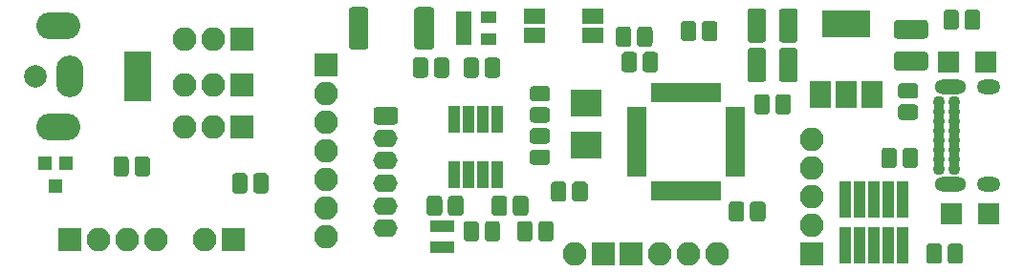
<source format=gbr>
G04 #@! TF.GenerationSoftware,KiCad,Pcbnew,5.1.5-52549c5~84~ubuntu18.04.1*
G04 #@! TF.CreationDate,2020-03-24T02:11:58-07:00*
G04 #@! TF.ProjectId,motor-control,6d6f746f-722d-4636-9f6e-74726f6c2e6b,rev?*
G04 #@! TF.SameCoordinates,Original*
G04 #@! TF.FileFunction,Soldermask,Top*
G04 #@! TF.FilePolarity,Negative*
%FSLAX46Y46*%
G04 Gerber Fmt 4.6, Leading zero omitted, Abs format (unit mm)*
G04 Created by KiCad (PCBNEW 5.1.5-52549c5~84~ubuntu18.04.1) date 2020-03-24 02:11:58*
%MOMM*%
%LPD*%
G04 APERTURE LIST*
%ADD10O,2.100000X2.100000*%
%ADD11R,2.100000X2.100000*%
%ADD12C,0.100000*%
%ADD13R,1.900000X1.900000*%
%ADD14R,1.000000X2.400000*%
%ADD15R,1.700000X0.650000*%
%ADD16R,0.650000X1.700000*%
%ADD17R,0.820000X1.000000*%
%ADD18R,1.460000X1.050000*%
%ADD19R,4.200000X2.400000*%
%ADD20R,1.900000X2.400000*%
%ADD21O,2.150000X1.600000*%
%ADD22O,2.100000X1.300000*%
%ADD23O,2.800000X1.300000*%
%ADD24C,1.100000*%
%ADD25R,2.800000X2.400000*%
%ADD26R,2.400000X4.400000*%
%ADD27O,2.400000X3.700000*%
%ADD28O,3.900000X2.400000*%
%ADD29C,2.000000*%
%ADD30R,1.850000X1.400000*%
%ADD31R,1.140000X3.190000*%
%ADD32R,1.200000X1.300000*%
G04 APERTURE END LIST*
D10*
X170750000Y-62090000D03*
X170750000Y-64630000D03*
X170750000Y-67170000D03*
X170750000Y-69710000D03*
D11*
X170750000Y-72250000D03*
D12*
G36*
X179839943Y-57126655D02*
G01*
X179873312Y-57131605D01*
X179906035Y-57139802D01*
X179937797Y-57151166D01*
X179968293Y-57165590D01*
X179997227Y-57182932D01*
X180024323Y-57203028D01*
X180049318Y-57225682D01*
X180071972Y-57250677D01*
X180092068Y-57277773D01*
X180109410Y-57306707D01*
X180123834Y-57337203D01*
X180135198Y-57368965D01*
X180143395Y-57401688D01*
X180148345Y-57435057D01*
X180150000Y-57468750D01*
X180150000Y-58156250D01*
X180148345Y-58189943D01*
X180143395Y-58223312D01*
X180135198Y-58256035D01*
X180123834Y-58287797D01*
X180109410Y-58318293D01*
X180092068Y-58347227D01*
X180071972Y-58374323D01*
X180049318Y-58399318D01*
X180024323Y-58421972D01*
X179997227Y-58442068D01*
X179968293Y-58459410D01*
X179937797Y-58473834D01*
X179906035Y-58485198D01*
X179873312Y-58493395D01*
X179839943Y-58498345D01*
X179806250Y-58500000D01*
X178693750Y-58500000D01*
X178660057Y-58498345D01*
X178626688Y-58493395D01*
X178593965Y-58485198D01*
X178562203Y-58473834D01*
X178531707Y-58459410D01*
X178502773Y-58442068D01*
X178475677Y-58421972D01*
X178450682Y-58399318D01*
X178428028Y-58374323D01*
X178407932Y-58347227D01*
X178390590Y-58318293D01*
X178376166Y-58287797D01*
X178364802Y-58256035D01*
X178356605Y-58223312D01*
X178351655Y-58189943D01*
X178350000Y-58156250D01*
X178350000Y-57468750D01*
X178351655Y-57435057D01*
X178356605Y-57401688D01*
X178364802Y-57368965D01*
X178376166Y-57337203D01*
X178390590Y-57306707D01*
X178407932Y-57277773D01*
X178428028Y-57250677D01*
X178450682Y-57225682D01*
X178475677Y-57203028D01*
X178502773Y-57182932D01*
X178531707Y-57165590D01*
X178562203Y-57151166D01*
X178593965Y-57139802D01*
X178626688Y-57131605D01*
X178660057Y-57126655D01*
X178693750Y-57125000D01*
X179806250Y-57125000D01*
X179839943Y-57126655D01*
G37*
G36*
X179839943Y-59001655D02*
G01*
X179873312Y-59006605D01*
X179906035Y-59014802D01*
X179937797Y-59026166D01*
X179968293Y-59040590D01*
X179997227Y-59057932D01*
X180024323Y-59078028D01*
X180049318Y-59100682D01*
X180071972Y-59125677D01*
X180092068Y-59152773D01*
X180109410Y-59181707D01*
X180123834Y-59212203D01*
X180135198Y-59243965D01*
X180143395Y-59276688D01*
X180148345Y-59310057D01*
X180150000Y-59343750D01*
X180150000Y-60031250D01*
X180148345Y-60064943D01*
X180143395Y-60098312D01*
X180135198Y-60131035D01*
X180123834Y-60162797D01*
X180109410Y-60193293D01*
X180092068Y-60222227D01*
X180071972Y-60249323D01*
X180049318Y-60274318D01*
X180024323Y-60296972D01*
X179997227Y-60317068D01*
X179968293Y-60334410D01*
X179937797Y-60348834D01*
X179906035Y-60360198D01*
X179873312Y-60368395D01*
X179839943Y-60373345D01*
X179806250Y-60375000D01*
X178693750Y-60375000D01*
X178660057Y-60373345D01*
X178626688Y-60368395D01*
X178593965Y-60360198D01*
X178562203Y-60348834D01*
X178531707Y-60334410D01*
X178502773Y-60317068D01*
X178475677Y-60296972D01*
X178450682Y-60274318D01*
X178428028Y-60249323D01*
X178407932Y-60222227D01*
X178390590Y-60193293D01*
X178376166Y-60162797D01*
X178364802Y-60131035D01*
X178356605Y-60098312D01*
X178351655Y-60064943D01*
X178350000Y-60031250D01*
X178350000Y-59343750D01*
X178351655Y-59310057D01*
X178356605Y-59276688D01*
X178364802Y-59243965D01*
X178376166Y-59212203D01*
X178390590Y-59181707D01*
X178407932Y-59152773D01*
X178428028Y-59125677D01*
X178450682Y-59100682D01*
X178475677Y-59078028D01*
X178502773Y-59057932D01*
X178531707Y-59040590D01*
X178562203Y-59026166D01*
X178593965Y-59014802D01*
X178626688Y-59006605D01*
X178660057Y-59001655D01*
X178693750Y-59000000D01*
X179806250Y-59000000D01*
X179839943Y-59001655D01*
G37*
G36*
X140939943Y-69351655D02*
G01*
X140973312Y-69356605D01*
X141006035Y-69364802D01*
X141037797Y-69376166D01*
X141068293Y-69390590D01*
X141097227Y-69407932D01*
X141124323Y-69428028D01*
X141149318Y-69450682D01*
X141171972Y-69475677D01*
X141192068Y-69502773D01*
X141209410Y-69531707D01*
X141223834Y-69562203D01*
X141235198Y-69593965D01*
X141243395Y-69626688D01*
X141248345Y-69660057D01*
X141250000Y-69693750D01*
X141250000Y-70806250D01*
X141248345Y-70839943D01*
X141243395Y-70873312D01*
X141235198Y-70906035D01*
X141223834Y-70937797D01*
X141209410Y-70968293D01*
X141192068Y-70997227D01*
X141171972Y-71024323D01*
X141149318Y-71049318D01*
X141124323Y-71071972D01*
X141097227Y-71092068D01*
X141068293Y-71109410D01*
X141037797Y-71123834D01*
X141006035Y-71135198D01*
X140973312Y-71143395D01*
X140939943Y-71148345D01*
X140906250Y-71150000D01*
X140218750Y-71150000D01*
X140185057Y-71148345D01*
X140151688Y-71143395D01*
X140118965Y-71135198D01*
X140087203Y-71123834D01*
X140056707Y-71109410D01*
X140027773Y-71092068D01*
X140000677Y-71071972D01*
X139975682Y-71049318D01*
X139953028Y-71024323D01*
X139932932Y-70997227D01*
X139915590Y-70968293D01*
X139901166Y-70937797D01*
X139889802Y-70906035D01*
X139881605Y-70873312D01*
X139876655Y-70839943D01*
X139875000Y-70806250D01*
X139875000Y-69693750D01*
X139876655Y-69660057D01*
X139881605Y-69626688D01*
X139889802Y-69593965D01*
X139901166Y-69562203D01*
X139915590Y-69531707D01*
X139932932Y-69502773D01*
X139953028Y-69475677D01*
X139975682Y-69450682D01*
X140000677Y-69428028D01*
X140027773Y-69407932D01*
X140056707Y-69390590D01*
X140087203Y-69376166D01*
X140118965Y-69364802D01*
X140151688Y-69356605D01*
X140185057Y-69351655D01*
X140218750Y-69350000D01*
X140906250Y-69350000D01*
X140939943Y-69351655D01*
G37*
G36*
X142814943Y-69351655D02*
G01*
X142848312Y-69356605D01*
X142881035Y-69364802D01*
X142912797Y-69376166D01*
X142943293Y-69390590D01*
X142972227Y-69407932D01*
X142999323Y-69428028D01*
X143024318Y-69450682D01*
X143046972Y-69475677D01*
X143067068Y-69502773D01*
X143084410Y-69531707D01*
X143098834Y-69562203D01*
X143110198Y-69593965D01*
X143118395Y-69626688D01*
X143123345Y-69660057D01*
X143125000Y-69693750D01*
X143125000Y-70806250D01*
X143123345Y-70839943D01*
X143118395Y-70873312D01*
X143110198Y-70906035D01*
X143098834Y-70937797D01*
X143084410Y-70968293D01*
X143067068Y-70997227D01*
X143046972Y-71024323D01*
X143024318Y-71049318D01*
X142999323Y-71071972D01*
X142972227Y-71092068D01*
X142943293Y-71109410D01*
X142912797Y-71123834D01*
X142881035Y-71135198D01*
X142848312Y-71143395D01*
X142814943Y-71148345D01*
X142781250Y-71150000D01*
X142093750Y-71150000D01*
X142060057Y-71148345D01*
X142026688Y-71143395D01*
X141993965Y-71135198D01*
X141962203Y-71123834D01*
X141931707Y-71109410D01*
X141902773Y-71092068D01*
X141875677Y-71071972D01*
X141850682Y-71049318D01*
X141828028Y-71024323D01*
X141807932Y-70997227D01*
X141790590Y-70968293D01*
X141776166Y-70937797D01*
X141764802Y-70906035D01*
X141756605Y-70873312D01*
X141751655Y-70839943D01*
X141750000Y-70806250D01*
X141750000Y-69693750D01*
X141751655Y-69660057D01*
X141756605Y-69626688D01*
X141764802Y-69593965D01*
X141776166Y-69562203D01*
X141790590Y-69531707D01*
X141807932Y-69502773D01*
X141828028Y-69475677D01*
X141850682Y-69450682D01*
X141875677Y-69428028D01*
X141902773Y-69407932D01*
X141931707Y-69390590D01*
X141962203Y-69376166D01*
X141993965Y-69364802D01*
X142026688Y-69356605D01*
X142060057Y-69351655D01*
X142093750Y-69350000D01*
X142781250Y-69350000D01*
X142814943Y-69351655D01*
G37*
D10*
X149710000Y-72250000D03*
D11*
X152250000Y-72250000D03*
D12*
G36*
X180727346Y-54326589D02*
G01*
X180759380Y-54331341D01*
X180790794Y-54339210D01*
X180821286Y-54350120D01*
X180850561Y-54363966D01*
X180878338Y-54380615D01*
X180904350Y-54399907D01*
X180928345Y-54421655D01*
X180950093Y-54445650D01*
X180969385Y-54471662D01*
X180986034Y-54499439D01*
X180999880Y-54528714D01*
X181010790Y-54559206D01*
X181018659Y-54590620D01*
X181023411Y-54622654D01*
X181025000Y-54655000D01*
X181025000Y-55645000D01*
X181023411Y-55677346D01*
X181018659Y-55709380D01*
X181010790Y-55740794D01*
X180999880Y-55771286D01*
X180986034Y-55800561D01*
X180969385Y-55828338D01*
X180950093Y-55854350D01*
X180928345Y-55878345D01*
X180904350Y-55900093D01*
X180878338Y-55919385D01*
X180850561Y-55936034D01*
X180821286Y-55949880D01*
X180790794Y-55960790D01*
X180759380Y-55968659D01*
X180727346Y-55973411D01*
X180695000Y-55975000D01*
X178305000Y-55975000D01*
X178272654Y-55973411D01*
X178240620Y-55968659D01*
X178209206Y-55960790D01*
X178178714Y-55949880D01*
X178149439Y-55936034D01*
X178121662Y-55919385D01*
X178095650Y-55900093D01*
X178071655Y-55878345D01*
X178049907Y-55854350D01*
X178030615Y-55828338D01*
X178013966Y-55800561D01*
X178000120Y-55771286D01*
X177989210Y-55740794D01*
X177981341Y-55709380D01*
X177976589Y-55677346D01*
X177975000Y-55645000D01*
X177975000Y-54655000D01*
X177976589Y-54622654D01*
X177981341Y-54590620D01*
X177989210Y-54559206D01*
X178000120Y-54528714D01*
X178013966Y-54499439D01*
X178030615Y-54471662D01*
X178049907Y-54445650D01*
X178071655Y-54421655D01*
X178095650Y-54399907D01*
X178121662Y-54380615D01*
X178149439Y-54363966D01*
X178178714Y-54350120D01*
X178209206Y-54339210D01*
X178240620Y-54331341D01*
X178272654Y-54326589D01*
X178305000Y-54325000D01*
X180695000Y-54325000D01*
X180727346Y-54326589D01*
G37*
G36*
X180727346Y-51526589D02*
G01*
X180759380Y-51531341D01*
X180790794Y-51539210D01*
X180821286Y-51550120D01*
X180850561Y-51563966D01*
X180878338Y-51580615D01*
X180904350Y-51599907D01*
X180928345Y-51621655D01*
X180950093Y-51645650D01*
X180969385Y-51671662D01*
X180986034Y-51699439D01*
X180999880Y-51728714D01*
X181010790Y-51759206D01*
X181018659Y-51790620D01*
X181023411Y-51822654D01*
X181025000Y-51855000D01*
X181025000Y-52845000D01*
X181023411Y-52877346D01*
X181018659Y-52909380D01*
X181010790Y-52940794D01*
X180999880Y-52971286D01*
X180986034Y-53000561D01*
X180969385Y-53028338D01*
X180950093Y-53054350D01*
X180928345Y-53078345D01*
X180904350Y-53100093D01*
X180878338Y-53119385D01*
X180850561Y-53136034D01*
X180821286Y-53149880D01*
X180790794Y-53160790D01*
X180759380Y-53168659D01*
X180727346Y-53173411D01*
X180695000Y-53175000D01*
X178305000Y-53175000D01*
X178272654Y-53173411D01*
X178240620Y-53168659D01*
X178209206Y-53160790D01*
X178178714Y-53149880D01*
X178149439Y-53136034D01*
X178121662Y-53119385D01*
X178095650Y-53100093D01*
X178071655Y-53078345D01*
X178049907Y-53054350D01*
X178030615Y-53028338D01*
X178013966Y-53000561D01*
X178000120Y-52971286D01*
X177989210Y-52940794D01*
X177981341Y-52909380D01*
X177976589Y-52877346D01*
X177975000Y-52845000D01*
X177975000Y-51855000D01*
X177976589Y-51822654D01*
X177981341Y-51790620D01*
X177989210Y-51759206D01*
X178000120Y-51728714D01*
X178013966Y-51699439D01*
X178030615Y-51671662D01*
X178049907Y-51645650D01*
X178071655Y-51621655D01*
X178095650Y-51599907D01*
X178121662Y-51580615D01*
X178149439Y-51563966D01*
X178178714Y-51550120D01*
X178209206Y-51539210D01*
X178240620Y-51531341D01*
X178272654Y-51526589D01*
X178305000Y-51525000D01*
X180695000Y-51525000D01*
X180727346Y-51526589D01*
G37*
D13*
X182850000Y-55250000D03*
X186150000Y-55250000D03*
D14*
X140365000Y-60300000D03*
X142905000Y-65200000D03*
X141635000Y-65200000D03*
X140365000Y-65200000D03*
X139095000Y-65200000D03*
X139095000Y-60300000D03*
X141635000Y-60300000D03*
X142905000Y-60300000D03*
D11*
X120250000Y-61000000D03*
D10*
X117710000Y-61000000D03*
X115170000Y-61000000D03*
D12*
G36*
X136439943Y-54851655D02*
G01*
X136473312Y-54856605D01*
X136506035Y-54864802D01*
X136537797Y-54876166D01*
X136568293Y-54890590D01*
X136597227Y-54907932D01*
X136624323Y-54928028D01*
X136649318Y-54950682D01*
X136671972Y-54975677D01*
X136692068Y-55002773D01*
X136709410Y-55031707D01*
X136723834Y-55062203D01*
X136735198Y-55093965D01*
X136743395Y-55126688D01*
X136748345Y-55160057D01*
X136750000Y-55193750D01*
X136750000Y-56306250D01*
X136748345Y-56339943D01*
X136743395Y-56373312D01*
X136735198Y-56406035D01*
X136723834Y-56437797D01*
X136709410Y-56468293D01*
X136692068Y-56497227D01*
X136671972Y-56524323D01*
X136649318Y-56549318D01*
X136624323Y-56571972D01*
X136597227Y-56592068D01*
X136568293Y-56609410D01*
X136537797Y-56623834D01*
X136506035Y-56635198D01*
X136473312Y-56643395D01*
X136439943Y-56648345D01*
X136406250Y-56650000D01*
X135718750Y-56650000D01*
X135685057Y-56648345D01*
X135651688Y-56643395D01*
X135618965Y-56635198D01*
X135587203Y-56623834D01*
X135556707Y-56609410D01*
X135527773Y-56592068D01*
X135500677Y-56571972D01*
X135475682Y-56549318D01*
X135453028Y-56524323D01*
X135432932Y-56497227D01*
X135415590Y-56468293D01*
X135401166Y-56437797D01*
X135389802Y-56406035D01*
X135381605Y-56373312D01*
X135376655Y-56339943D01*
X135375000Y-56306250D01*
X135375000Y-55193750D01*
X135376655Y-55160057D01*
X135381605Y-55126688D01*
X135389802Y-55093965D01*
X135401166Y-55062203D01*
X135415590Y-55031707D01*
X135432932Y-55002773D01*
X135453028Y-54975677D01*
X135475682Y-54950682D01*
X135500677Y-54928028D01*
X135527773Y-54907932D01*
X135556707Y-54890590D01*
X135587203Y-54876166D01*
X135618965Y-54864802D01*
X135651688Y-54856605D01*
X135685057Y-54851655D01*
X135718750Y-54850000D01*
X136406250Y-54850000D01*
X136439943Y-54851655D01*
G37*
G36*
X138314943Y-54851655D02*
G01*
X138348312Y-54856605D01*
X138381035Y-54864802D01*
X138412797Y-54876166D01*
X138443293Y-54890590D01*
X138472227Y-54907932D01*
X138499323Y-54928028D01*
X138524318Y-54950682D01*
X138546972Y-54975677D01*
X138567068Y-55002773D01*
X138584410Y-55031707D01*
X138598834Y-55062203D01*
X138610198Y-55093965D01*
X138618395Y-55126688D01*
X138623345Y-55160057D01*
X138625000Y-55193750D01*
X138625000Y-56306250D01*
X138623345Y-56339943D01*
X138618395Y-56373312D01*
X138610198Y-56406035D01*
X138598834Y-56437797D01*
X138584410Y-56468293D01*
X138567068Y-56497227D01*
X138546972Y-56524323D01*
X138524318Y-56549318D01*
X138499323Y-56571972D01*
X138472227Y-56592068D01*
X138443293Y-56609410D01*
X138412797Y-56623834D01*
X138381035Y-56635198D01*
X138348312Y-56643395D01*
X138314943Y-56648345D01*
X138281250Y-56650000D01*
X137593750Y-56650000D01*
X137560057Y-56648345D01*
X137526688Y-56643395D01*
X137493965Y-56635198D01*
X137462203Y-56623834D01*
X137431707Y-56609410D01*
X137402773Y-56592068D01*
X137375677Y-56571972D01*
X137350682Y-56549318D01*
X137328028Y-56524323D01*
X137307932Y-56497227D01*
X137290590Y-56468293D01*
X137276166Y-56437797D01*
X137264802Y-56406035D01*
X137256605Y-56373312D01*
X137251655Y-56339943D01*
X137250000Y-56306250D01*
X137250000Y-55193750D01*
X137251655Y-55160057D01*
X137256605Y-55126688D01*
X137264802Y-55093965D01*
X137276166Y-55062203D01*
X137290590Y-55031707D01*
X137307932Y-55002773D01*
X137328028Y-54975677D01*
X137350682Y-54950682D01*
X137375677Y-54928028D01*
X137402773Y-54907932D01*
X137431707Y-54890590D01*
X137462203Y-54876166D01*
X137493965Y-54864802D01*
X137526688Y-54856605D01*
X137560057Y-54851655D01*
X137593750Y-54850000D01*
X138281250Y-54850000D01*
X138314943Y-54851655D01*
G37*
D15*
X155254000Y-59542000D03*
X155254000Y-60042000D03*
X155254000Y-60542000D03*
X155254000Y-61042000D03*
X155254000Y-61542000D03*
X155254000Y-62042000D03*
X155254000Y-62542000D03*
X155254000Y-63042000D03*
X155254000Y-63542000D03*
X155254000Y-64042000D03*
X155254000Y-64542000D03*
X155254000Y-65042000D03*
D16*
X156854000Y-66642000D03*
X157354000Y-66642000D03*
X157854000Y-66642000D03*
X158354000Y-66642000D03*
X158854000Y-66642000D03*
X159354000Y-66642000D03*
X159854000Y-66642000D03*
X160354000Y-66642000D03*
X160854000Y-66642000D03*
X161354000Y-66642000D03*
X161854000Y-66642000D03*
X162354000Y-66642000D03*
D15*
X163954000Y-65042000D03*
X163954000Y-64542000D03*
X163954000Y-64042000D03*
X163954000Y-63542000D03*
X163954000Y-63042000D03*
X163954000Y-62542000D03*
X163954000Y-62042000D03*
X163954000Y-61542000D03*
X163954000Y-61042000D03*
X163954000Y-60542000D03*
X163954000Y-60042000D03*
X163954000Y-59542000D03*
D16*
X162354000Y-57942000D03*
X161854000Y-57942000D03*
X161354000Y-57942000D03*
X160854000Y-57942000D03*
X160354000Y-57942000D03*
X159854000Y-57942000D03*
X159354000Y-57942000D03*
X158854000Y-57942000D03*
X158354000Y-57942000D03*
X157854000Y-57942000D03*
X157354000Y-57942000D03*
X156854000Y-57942000D03*
D17*
X137350000Y-69800000D03*
X138000000Y-69800000D03*
X138650000Y-69800000D03*
X137350000Y-71700000D03*
X138000000Y-71700000D03*
X138650000Y-71700000D03*
D18*
X142100000Y-51300000D03*
X142100000Y-53200000D03*
X139900000Y-53200000D03*
X139900000Y-52250000D03*
X139900000Y-51300000D03*
D19*
X173750000Y-51850000D03*
D20*
X173750000Y-58150000D03*
X176050000Y-58150000D03*
X171450000Y-58150000D03*
D12*
G36*
X142814943Y-54851655D02*
G01*
X142848312Y-54856605D01*
X142881035Y-54864802D01*
X142912797Y-54876166D01*
X142943293Y-54890590D01*
X142972227Y-54907932D01*
X142999323Y-54928028D01*
X143024318Y-54950682D01*
X143046972Y-54975677D01*
X143067068Y-55002773D01*
X143084410Y-55031707D01*
X143098834Y-55062203D01*
X143110198Y-55093965D01*
X143118395Y-55126688D01*
X143123345Y-55160057D01*
X143125000Y-55193750D01*
X143125000Y-56306250D01*
X143123345Y-56339943D01*
X143118395Y-56373312D01*
X143110198Y-56406035D01*
X143098834Y-56437797D01*
X143084410Y-56468293D01*
X143067068Y-56497227D01*
X143046972Y-56524323D01*
X143024318Y-56549318D01*
X142999323Y-56571972D01*
X142972227Y-56592068D01*
X142943293Y-56609410D01*
X142912797Y-56623834D01*
X142881035Y-56635198D01*
X142848312Y-56643395D01*
X142814943Y-56648345D01*
X142781250Y-56650000D01*
X142093750Y-56650000D01*
X142060057Y-56648345D01*
X142026688Y-56643395D01*
X141993965Y-56635198D01*
X141962203Y-56623834D01*
X141931707Y-56609410D01*
X141902773Y-56592068D01*
X141875677Y-56571972D01*
X141850682Y-56549318D01*
X141828028Y-56524323D01*
X141807932Y-56497227D01*
X141790590Y-56468293D01*
X141776166Y-56437797D01*
X141764802Y-56406035D01*
X141756605Y-56373312D01*
X141751655Y-56339943D01*
X141750000Y-56306250D01*
X141750000Y-55193750D01*
X141751655Y-55160057D01*
X141756605Y-55126688D01*
X141764802Y-55093965D01*
X141776166Y-55062203D01*
X141790590Y-55031707D01*
X141807932Y-55002773D01*
X141828028Y-54975677D01*
X141850682Y-54950682D01*
X141875677Y-54928028D01*
X141902773Y-54907932D01*
X141931707Y-54890590D01*
X141962203Y-54876166D01*
X141993965Y-54864802D01*
X142026688Y-54856605D01*
X142060057Y-54851655D01*
X142093750Y-54850000D01*
X142781250Y-54850000D01*
X142814943Y-54851655D01*
G37*
G36*
X140939943Y-54851655D02*
G01*
X140973312Y-54856605D01*
X141006035Y-54864802D01*
X141037797Y-54876166D01*
X141068293Y-54890590D01*
X141097227Y-54907932D01*
X141124323Y-54928028D01*
X141149318Y-54950682D01*
X141171972Y-54975677D01*
X141192068Y-55002773D01*
X141209410Y-55031707D01*
X141223834Y-55062203D01*
X141235198Y-55093965D01*
X141243395Y-55126688D01*
X141248345Y-55160057D01*
X141250000Y-55193750D01*
X141250000Y-56306250D01*
X141248345Y-56339943D01*
X141243395Y-56373312D01*
X141235198Y-56406035D01*
X141223834Y-56437797D01*
X141209410Y-56468293D01*
X141192068Y-56497227D01*
X141171972Y-56524323D01*
X141149318Y-56549318D01*
X141124323Y-56571972D01*
X141097227Y-56592068D01*
X141068293Y-56609410D01*
X141037797Y-56623834D01*
X141006035Y-56635198D01*
X140973312Y-56643395D01*
X140939943Y-56648345D01*
X140906250Y-56650000D01*
X140218750Y-56650000D01*
X140185057Y-56648345D01*
X140151688Y-56643395D01*
X140118965Y-56635198D01*
X140087203Y-56623834D01*
X140056707Y-56609410D01*
X140027773Y-56592068D01*
X140000677Y-56571972D01*
X139975682Y-56549318D01*
X139953028Y-56524323D01*
X139932932Y-56497227D01*
X139915590Y-56468293D01*
X139901166Y-56437797D01*
X139889802Y-56406035D01*
X139881605Y-56373312D01*
X139876655Y-56339943D01*
X139875000Y-56306250D01*
X139875000Y-55193750D01*
X139876655Y-55160057D01*
X139881605Y-55126688D01*
X139889802Y-55093965D01*
X139901166Y-55062203D01*
X139915590Y-55031707D01*
X139932932Y-55002773D01*
X139953028Y-54975677D01*
X139975682Y-54950682D01*
X140000677Y-54928028D01*
X140027773Y-54907932D01*
X140056707Y-54890590D01*
X140087203Y-54876166D01*
X140118965Y-54864802D01*
X140151688Y-54856605D01*
X140185057Y-54851655D01*
X140218750Y-54850000D01*
X140906250Y-54850000D01*
X140939943Y-54851655D01*
G37*
G36*
X137689943Y-67101655D02*
G01*
X137723312Y-67106605D01*
X137756035Y-67114802D01*
X137787797Y-67126166D01*
X137818293Y-67140590D01*
X137847227Y-67157932D01*
X137874323Y-67178028D01*
X137899318Y-67200682D01*
X137921972Y-67225677D01*
X137942068Y-67252773D01*
X137959410Y-67281707D01*
X137973834Y-67312203D01*
X137985198Y-67343965D01*
X137993395Y-67376688D01*
X137998345Y-67410057D01*
X138000000Y-67443750D01*
X138000000Y-68556250D01*
X137998345Y-68589943D01*
X137993395Y-68623312D01*
X137985198Y-68656035D01*
X137973834Y-68687797D01*
X137959410Y-68718293D01*
X137942068Y-68747227D01*
X137921972Y-68774323D01*
X137899318Y-68799318D01*
X137874323Y-68821972D01*
X137847227Y-68842068D01*
X137818293Y-68859410D01*
X137787797Y-68873834D01*
X137756035Y-68885198D01*
X137723312Y-68893395D01*
X137689943Y-68898345D01*
X137656250Y-68900000D01*
X136968750Y-68900000D01*
X136935057Y-68898345D01*
X136901688Y-68893395D01*
X136868965Y-68885198D01*
X136837203Y-68873834D01*
X136806707Y-68859410D01*
X136777773Y-68842068D01*
X136750677Y-68821972D01*
X136725682Y-68799318D01*
X136703028Y-68774323D01*
X136682932Y-68747227D01*
X136665590Y-68718293D01*
X136651166Y-68687797D01*
X136639802Y-68656035D01*
X136631605Y-68623312D01*
X136626655Y-68589943D01*
X136625000Y-68556250D01*
X136625000Y-67443750D01*
X136626655Y-67410057D01*
X136631605Y-67376688D01*
X136639802Y-67343965D01*
X136651166Y-67312203D01*
X136665590Y-67281707D01*
X136682932Y-67252773D01*
X136703028Y-67225677D01*
X136725682Y-67200682D01*
X136750677Y-67178028D01*
X136777773Y-67157932D01*
X136806707Y-67140590D01*
X136837203Y-67126166D01*
X136868965Y-67114802D01*
X136901688Y-67106605D01*
X136935057Y-67101655D01*
X136968750Y-67100000D01*
X137656250Y-67100000D01*
X137689943Y-67101655D01*
G37*
G36*
X139564943Y-67101655D02*
G01*
X139598312Y-67106605D01*
X139631035Y-67114802D01*
X139662797Y-67126166D01*
X139693293Y-67140590D01*
X139722227Y-67157932D01*
X139749323Y-67178028D01*
X139774318Y-67200682D01*
X139796972Y-67225677D01*
X139817068Y-67252773D01*
X139834410Y-67281707D01*
X139848834Y-67312203D01*
X139860198Y-67343965D01*
X139868395Y-67376688D01*
X139873345Y-67410057D01*
X139875000Y-67443750D01*
X139875000Y-68556250D01*
X139873345Y-68589943D01*
X139868395Y-68623312D01*
X139860198Y-68656035D01*
X139848834Y-68687797D01*
X139834410Y-68718293D01*
X139817068Y-68747227D01*
X139796972Y-68774323D01*
X139774318Y-68799318D01*
X139749323Y-68821972D01*
X139722227Y-68842068D01*
X139693293Y-68859410D01*
X139662797Y-68873834D01*
X139631035Y-68885198D01*
X139598312Y-68893395D01*
X139564943Y-68898345D01*
X139531250Y-68900000D01*
X138843750Y-68900000D01*
X138810057Y-68898345D01*
X138776688Y-68893395D01*
X138743965Y-68885198D01*
X138712203Y-68873834D01*
X138681707Y-68859410D01*
X138652773Y-68842068D01*
X138625677Y-68821972D01*
X138600682Y-68799318D01*
X138578028Y-68774323D01*
X138557932Y-68747227D01*
X138540590Y-68718293D01*
X138526166Y-68687797D01*
X138514802Y-68656035D01*
X138506605Y-68623312D01*
X138501655Y-68589943D01*
X138500000Y-68556250D01*
X138500000Y-67443750D01*
X138501655Y-67410057D01*
X138506605Y-67376688D01*
X138514802Y-67343965D01*
X138526166Y-67312203D01*
X138540590Y-67281707D01*
X138557932Y-67252773D01*
X138578028Y-67225677D01*
X138600682Y-67200682D01*
X138625677Y-67178028D01*
X138652773Y-67157932D01*
X138681707Y-67140590D01*
X138712203Y-67126166D01*
X138743965Y-67114802D01*
X138776688Y-67106605D01*
X138810057Y-67101655D01*
X138843750Y-67100000D01*
X139531250Y-67100000D01*
X139564943Y-67101655D01*
G37*
G36*
X183814943Y-71351655D02*
G01*
X183848312Y-71356605D01*
X183881035Y-71364802D01*
X183912797Y-71376166D01*
X183943293Y-71390590D01*
X183972227Y-71407932D01*
X183999323Y-71428028D01*
X184024318Y-71450682D01*
X184046972Y-71475677D01*
X184067068Y-71502773D01*
X184084410Y-71531707D01*
X184098834Y-71562203D01*
X184110198Y-71593965D01*
X184118395Y-71626688D01*
X184123345Y-71660057D01*
X184125000Y-71693750D01*
X184125000Y-72806250D01*
X184123345Y-72839943D01*
X184118395Y-72873312D01*
X184110198Y-72906035D01*
X184098834Y-72937797D01*
X184084410Y-72968293D01*
X184067068Y-72997227D01*
X184046972Y-73024323D01*
X184024318Y-73049318D01*
X183999323Y-73071972D01*
X183972227Y-73092068D01*
X183943293Y-73109410D01*
X183912797Y-73123834D01*
X183881035Y-73135198D01*
X183848312Y-73143395D01*
X183814943Y-73148345D01*
X183781250Y-73150000D01*
X183093750Y-73150000D01*
X183060057Y-73148345D01*
X183026688Y-73143395D01*
X182993965Y-73135198D01*
X182962203Y-73123834D01*
X182931707Y-73109410D01*
X182902773Y-73092068D01*
X182875677Y-73071972D01*
X182850682Y-73049318D01*
X182828028Y-73024323D01*
X182807932Y-72997227D01*
X182790590Y-72968293D01*
X182776166Y-72937797D01*
X182764802Y-72906035D01*
X182756605Y-72873312D01*
X182751655Y-72839943D01*
X182750000Y-72806250D01*
X182750000Y-71693750D01*
X182751655Y-71660057D01*
X182756605Y-71626688D01*
X182764802Y-71593965D01*
X182776166Y-71562203D01*
X182790590Y-71531707D01*
X182807932Y-71502773D01*
X182828028Y-71475677D01*
X182850682Y-71450682D01*
X182875677Y-71428028D01*
X182902773Y-71407932D01*
X182931707Y-71390590D01*
X182962203Y-71376166D01*
X182993965Y-71364802D01*
X183026688Y-71356605D01*
X183060057Y-71351655D01*
X183093750Y-71350000D01*
X183781250Y-71350000D01*
X183814943Y-71351655D01*
G37*
G36*
X181939943Y-71351655D02*
G01*
X181973312Y-71356605D01*
X182006035Y-71364802D01*
X182037797Y-71376166D01*
X182068293Y-71390590D01*
X182097227Y-71407932D01*
X182124323Y-71428028D01*
X182149318Y-71450682D01*
X182171972Y-71475677D01*
X182192068Y-71502773D01*
X182209410Y-71531707D01*
X182223834Y-71562203D01*
X182235198Y-71593965D01*
X182243395Y-71626688D01*
X182248345Y-71660057D01*
X182250000Y-71693750D01*
X182250000Y-72806250D01*
X182248345Y-72839943D01*
X182243395Y-72873312D01*
X182235198Y-72906035D01*
X182223834Y-72937797D01*
X182209410Y-72968293D01*
X182192068Y-72997227D01*
X182171972Y-73024323D01*
X182149318Y-73049318D01*
X182124323Y-73071972D01*
X182097227Y-73092068D01*
X182068293Y-73109410D01*
X182037797Y-73123834D01*
X182006035Y-73135198D01*
X181973312Y-73143395D01*
X181939943Y-73148345D01*
X181906250Y-73150000D01*
X181218750Y-73150000D01*
X181185057Y-73148345D01*
X181151688Y-73143395D01*
X181118965Y-73135198D01*
X181087203Y-73123834D01*
X181056707Y-73109410D01*
X181027773Y-73092068D01*
X181000677Y-73071972D01*
X180975682Y-73049318D01*
X180953028Y-73024323D01*
X180932932Y-72997227D01*
X180915590Y-72968293D01*
X180901166Y-72937797D01*
X180889802Y-72906035D01*
X180881605Y-72873312D01*
X180876655Y-72839943D01*
X180875000Y-72806250D01*
X180875000Y-71693750D01*
X180876655Y-71660057D01*
X180881605Y-71626688D01*
X180889802Y-71593965D01*
X180901166Y-71562203D01*
X180915590Y-71531707D01*
X180932932Y-71502773D01*
X180953028Y-71475677D01*
X180975682Y-71450682D01*
X181000677Y-71428028D01*
X181027773Y-71407932D01*
X181056707Y-71390590D01*
X181087203Y-71376166D01*
X181118965Y-71364802D01*
X181151688Y-71356605D01*
X181185057Y-71351655D01*
X181218750Y-71350000D01*
X181906250Y-71350000D01*
X181939943Y-71351655D01*
G37*
G36*
X147239943Y-59251655D02*
G01*
X147273312Y-59256605D01*
X147306035Y-59264802D01*
X147337797Y-59276166D01*
X147368293Y-59290590D01*
X147397227Y-59307932D01*
X147424323Y-59328028D01*
X147449318Y-59350682D01*
X147471972Y-59375677D01*
X147492068Y-59402773D01*
X147509410Y-59431707D01*
X147523834Y-59462203D01*
X147535198Y-59493965D01*
X147543395Y-59526688D01*
X147548345Y-59560057D01*
X147550000Y-59593750D01*
X147550000Y-60281250D01*
X147548345Y-60314943D01*
X147543395Y-60348312D01*
X147535198Y-60381035D01*
X147523834Y-60412797D01*
X147509410Y-60443293D01*
X147492068Y-60472227D01*
X147471972Y-60499323D01*
X147449318Y-60524318D01*
X147424323Y-60546972D01*
X147397227Y-60567068D01*
X147368293Y-60584410D01*
X147337797Y-60598834D01*
X147306035Y-60610198D01*
X147273312Y-60618395D01*
X147239943Y-60623345D01*
X147206250Y-60625000D01*
X146093750Y-60625000D01*
X146060057Y-60623345D01*
X146026688Y-60618395D01*
X145993965Y-60610198D01*
X145962203Y-60598834D01*
X145931707Y-60584410D01*
X145902773Y-60567068D01*
X145875677Y-60546972D01*
X145850682Y-60524318D01*
X145828028Y-60499323D01*
X145807932Y-60472227D01*
X145790590Y-60443293D01*
X145776166Y-60412797D01*
X145764802Y-60381035D01*
X145756605Y-60348312D01*
X145751655Y-60314943D01*
X145750000Y-60281250D01*
X145750000Y-59593750D01*
X145751655Y-59560057D01*
X145756605Y-59526688D01*
X145764802Y-59493965D01*
X145776166Y-59462203D01*
X145790590Y-59431707D01*
X145807932Y-59402773D01*
X145828028Y-59375677D01*
X145850682Y-59350682D01*
X145875677Y-59328028D01*
X145902773Y-59307932D01*
X145931707Y-59290590D01*
X145962203Y-59276166D01*
X145993965Y-59264802D01*
X146026688Y-59256605D01*
X146060057Y-59251655D01*
X146093750Y-59250000D01*
X147206250Y-59250000D01*
X147239943Y-59251655D01*
G37*
G36*
X147239943Y-57376655D02*
G01*
X147273312Y-57381605D01*
X147306035Y-57389802D01*
X147337797Y-57401166D01*
X147368293Y-57415590D01*
X147397227Y-57432932D01*
X147424323Y-57453028D01*
X147449318Y-57475682D01*
X147471972Y-57500677D01*
X147492068Y-57527773D01*
X147509410Y-57556707D01*
X147523834Y-57587203D01*
X147535198Y-57618965D01*
X147543395Y-57651688D01*
X147548345Y-57685057D01*
X147550000Y-57718750D01*
X147550000Y-58406250D01*
X147548345Y-58439943D01*
X147543395Y-58473312D01*
X147535198Y-58506035D01*
X147523834Y-58537797D01*
X147509410Y-58568293D01*
X147492068Y-58597227D01*
X147471972Y-58624323D01*
X147449318Y-58649318D01*
X147424323Y-58671972D01*
X147397227Y-58692068D01*
X147368293Y-58709410D01*
X147337797Y-58723834D01*
X147306035Y-58735198D01*
X147273312Y-58743395D01*
X147239943Y-58748345D01*
X147206250Y-58750000D01*
X146093750Y-58750000D01*
X146060057Y-58748345D01*
X146026688Y-58743395D01*
X145993965Y-58735198D01*
X145962203Y-58723834D01*
X145931707Y-58709410D01*
X145902773Y-58692068D01*
X145875677Y-58671972D01*
X145850682Y-58649318D01*
X145828028Y-58624323D01*
X145807932Y-58597227D01*
X145790590Y-58568293D01*
X145776166Y-58537797D01*
X145764802Y-58506035D01*
X145756605Y-58473312D01*
X145751655Y-58439943D01*
X145750000Y-58406250D01*
X145750000Y-57718750D01*
X145751655Y-57685057D01*
X145756605Y-57651688D01*
X145764802Y-57618965D01*
X145776166Y-57587203D01*
X145790590Y-57556707D01*
X145807932Y-57527773D01*
X145828028Y-57500677D01*
X145850682Y-57475682D01*
X145875677Y-57453028D01*
X145902773Y-57432932D01*
X145931707Y-57415590D01*
X145962203Y-57401166D01*
X145993965Y-57389802D01*
X146026688Y-57381605D01*
X146060057Y-57376655D01*
X146093750Y-57375000D01*
X147206250Y-57375000D01*
X147239943Y-57376655D01*
G37*
G36*
X160189943Y-51601655D02*
G01*
X160223312Y-51606605D01*
X160256035Y-51614802D01*
X160287797Y-51626166D01*
X160318293Y-51640590D01*
X160347227Y-51657932D01*
X160374323Y-51678028D01*
X160399318Y-51700682D01*
X160421972Y-51725677D01*
X160442068Y-51752773D01*
X160459410Y-51781707D01*
X160473834Y-51812203D01*
X160485198Y-51843965D01*
X160493395Y-51876688D01*
X160498345Y-51910057D01*
X160500000Y-51943750D01*
X160500000Y-53056250D01*
X160498345Y-53089943D01*
X160493395Y-53123312D01*
X160485198Y-53156035D01*
X160473834Y-53187797D01*
X160459410Y-53218293D01*
X160442068Y-53247227D01*
X160421972Y-53274323D01*
X160399318Y-53299318D01*
X160374323Y-53321972D01*
X160347227Y-53342068D01*
X160318293Y-53359410D01*
X160287797Y-53373834D01*
X160256035Y-53385198D01*
X160223312Y-53393395D01*
X160189943Y-53398345D01*
X160156250Y-53400000D01*
X159468750Y-53400000D01*
X159435057Y-53398345D01*
X159401688Y-53393395D01*
X159368965Y-53385198D01*
X159337203Y-53373834D01*
X159306707Y-53359410D01*
X159277773Y-53342068D01*
X159250677Y-53321972D01*
X159225682Y-53299318D01*
X159203028Y-53274323D01*
X159182932Y-53247227D01*
X159165590Y-53218293D01*
X159151166Y-53187797D01*
X159139802Y-53156035D01*
X159131605Y-53123312D01*
X159126655Y-53089943D01*
X159125000Y-53056250D01*
X159125000Y-51943750D01*
X159126655Y-51910057D01*
X159131605Y-51876688D01*
X159139802Y-51843965D01*
X159151166Y-51812203D01*
X159165590Y-51781707D01*
X159182932Y-51752773D01*
X159203028Y-51725677D01*
X159225682Y-51700682D01*
X159250677Y-51678028D01*
X159277773Y-51657932D01*
X159306707Y-51640590D01*
X159337203Y-51626166D01*
X159368965Y-51614802D01*
X159401688Y-51606605D01*
X159435057Y-51601655D01*
X159468750Y-51600000D01*
X160156250Y-51600000D01*
X160189943Y-51601655D01*
G37*
G36*
X162064943Y-51601655D02*
G01*
X162098312Y-51606605D01*
X162131035Y-51614802D01*
X162162797Y-51626166D01*
X162193293Y-51640590D01*
X162222227Y-51657932D01*
X162249323Y-51678028D01*
X162274318Y-51700682D01*
X162296972Y-51725677D01*
X162317068Y-51752773D01*
X162334410Y-51781707D01*
X162348834Y-51812203D01*
X162360198Y-51843965D01*
X162368395Y-51876688D01*
X162373345Y-51910057D01*
X162375000Y-51943750D01*
X162375000Y-53056250D01*
X162373345Y-53089943D01*
X162368395Y-53123312D01*
X162360198Y-53156035D01*
X162348834Y-53187797D01*
X162334410Y-53218293D01*
X162317068Y-53247227D01*
X162296972Y-53274323D01*
X162274318Y-53299318D01*
X162249323Y-53321972D01*
X162222227Y-53342068D01*
X162193293Y-53359410D01*
X162162797Y-53373834D01*
X162131035Y-53385198D01*
X162098312Y-53393395D01*
X162064943Y-53398345D01*
X162031250Y-53400000D01*
X161343750Y-53400000D01*
X161310057Y-53398345D01*
X161276688Y-53393395D01*
X161243965Y-53385198D01*
X161212203Y-53373834D01*
X161181707Y-53359410D01*
X161152773Y-53342068D01*
X161125677Y-53321972D01*
X161100682Y-53299318D01*
X161078028Y-53274323D01*
X161057932Y-53247227D01*
X161040590Y-53218293D01*
X161026166Y-53187797D01*
X161014802Y-53156035D01*
X161006605Y-53123312D01*
X161001655Y-53089943D01*
X161000000Y-53056250D01*
X161000000Y-51943750D01*
X161001655Y-51910057D01*
X161006605Y-51876688D01*
X161014802Y-51843965D01*
X161026166Y-51812203D01*
X161040590Y-51781707D01*
X161057932Y-51752773D01*
X161078028Y-51725677D01*
X161100682Y-51700682D01*
X161125677Y-51678028D01*
X161152773Y-51657932D01*
X161181707Y-51640590D01*
X161212203Y-51626166D01*
X161243965Y-51614802D01*
X161276688Y-51606605D01*
X161310057Y-51601655D01*
X161343750Y-51600000D01*
X162031250Y-51600000D01*
X162064943Y-51601655D01*
G37*
D13*
X183100000Y-68750000D03*
X186400000Y-68750000D03*
D21*
X133000000Y-70000000D03*
X133000000Y-68000000D03*
X133000000Y-66000000D03*
X133000000Y-64000000D03*
X133000000Y-62000000D03*
D12*
G36*
X133774340Y-59201605D02*
G01*
X133806698Y-59206405D01*
X133838429Y-59214353D01*
X133869229Y-59225373D01*
X133898800Y-59239359D01*
X133926857Y-59256177D01*
X133953132Y-59275663D01*
X133977369Y-59297631D01*
X133999337Y-59321868D01*
X134018823Y-59348143D01*
X134035641Y-59376200D01*
X134049627Y-59405771D01*
X134060647Y-59436571D01*
X134068595Y-59468302D01*
X134073395Y-59500660D01*
X134075000Y-59533332D01*
X134075000Y-60466668D01*
X134073395Y-60499340D01*
X134068595Y-60531698D01*
X134060647Y-60563429D01*
X134049627Y-60594229D01*
X134035641Y-60623800D01*
X134018823Y-60651857D01*
X133999337Y-60678132D01*
X133977369Y-60702369D01*
X133953132Y-60724337D01*
X133926857Y-60743823D01*
X133898800Y-60760641D01*
X133869229Y-60774627D01*
X133838429Y-60785647D01*
X133806698Y-60793595D01*
X133774340Y-60798395D01*
X133741668Y-60800000D01*
X132258332Y-60800000D01*
X132225660Y-60798395D01*
X132193302Y-60793595D01*
X132161571Y-60785647D01*
X132130771Y-60774627D01*
X132101200Y-60760641D01*
X132073143Y-60743823D01*
X132046868Y-60724337D01*
X132022631Y-60702369D01*
X132000663Y-60678132D01*
X131981177Y-60651857D01*
X131964359Y-60623800D01*
X131950373Y-60594229D01*
X131939353Y-60563429D01*
X131931405Y-60531698D01*
X131926605Y-60499340D01*
X131925000Y-60466668D01*
X131925000Y-59533332D01*
X131926605Y-59500660D01*
X131931405Y-59468302D01*
X131939353Y-59436571D01*
X131950373Y-59405771D01*
X131964359Y-59376200D01*
X131981177Y-59348143D01*
X132000663Y-59321868D01*
X132022631Y-59297631D01*
X132046868Y-59275663D01*
X132073143Y-59256177D01*
X132101200Y-59239359D01*
X132130771Y-59225373D01*
X132161571Y-59214353D01*
X132193302Y-59206405D01*
X132225660Y-59201605D01*
X132258332Y-59200000D01*
X133741668Y-59200000D01*
X133774340Y-59201605D01*
G37*
G36*
X150564943Y-65851655D02*
G01*
X150598312Y-65856605D01*
X150631035Y-65864802D01*
X150662797Y-65876166D01*
X150693293Y-65890590D01*
X150722227Y-65907932D01*
X150749323Y-65928028D01*
X150774318Y-65950682D01*
X150796972Y-65975677D01*
X150817068Y-66002773D01*
X150834410Y-66031707D01*
X150848834Y-66062203D01*
X150860198Y-66093965D01*
X150868395Y-66126688D01*
X150873345Y-66160057D01*
X150875000Y-66193750D01*
X150875000Y-67306250D01*
X150873345Y-67339943D01*
X150868395Y-67373312D01*
X150860198Y-67406035D01*
X150848834Y-67437797D01*
X150834410Y-67468293D01*
X150817068Y-67497227D01*
X150796972Y-67524323D01*
X150774318Y-67549318D01*
X150749323Y-67571972D01*
X150722227Y-67592068D01*
X150693293Y-67609410D01*
X150662797Y-67623834D01*
X150631035Y-67635198D01*
X150598312Y-67643395D01*
X150564943Y-67648345D01*
X150531250Y-67650000D01*
X149843750Y-67650000D01*
X149810057Y-67648345D01*
X149776688Y-67643395D01*
X149743965Y-67635198D01*
X149712203Y-67623834D01*
X149681707Y-67609410D01*
X149652773Y-67592068D01*
X149625677Y-67571972D01*
X149600682Y-67549318D01*
X149578028Y-67524323D01*
X149557932Y-67497227D01*
X149540590Y-67468293D01*
X149526166Y-67437797D01*
X149514802Y-67406035D01*
X149506605Y-67373312D01*
X149501655Y-67339943D01*
X149500000Y-67306250D01*
X149500000Y-66193750D01*
X149501655Y-66160057D01*
X149506605Y-66126688D01*
X149514802Y-66093965D01*
X149526166Y-66062203D01*
X149540590Y-66031707D01*
X149557932Y-66002773D01*
X149578028Y-65975677D01*
X149600682Y-65950682D01*
X149625677Y-65928028D01*
X149652773Y-65907932D01*
X149681707Y-65890590D01*
X149712203Y-65876166D01*
X149743965Y-65864802D01*
X149776688Y-65856605D01*
X149810057Y-65851655D01*
X149843750Y-65850000D01*
X150531250Y-65850000D01*
X150564943Y-65851655D01*
G37*
G36*
X148689943Y-65851655D02*
G01*
X148723312Y-65856605D01*
X148756035Y-65864802D01*
X148787797Y-65876166D01*
X148818293Y-65890590D01*
X148847227Y-65907932D01*
X148874323Y-65928028D01*
X148899318Y-65950682D01*
X148921972Y-65975677D01*
X148942068Y-66002773D01*
X148959410Y-66031707D01*
X148973834Y-66062203D01*
X148985198Y-66093965D01*
X148993395Y-66126688D01*
X148998345Y-66160057D01*
X149000000Y-66193750D01*
X149000000Y-67306250D01*
X148998345Y-67339943D01*
X148993395Y-67373312D01*
X148985198Y-67406035D01*
X148973834Y-67437797D01*
X148959410Y-67468293D01*
X148942068Y-67497227D01*
X148921972Y-67524323D01*
X148899318Y-67549318D01*
X148874323Y-67571972D01*
X148847227Y-67592068D01*
X148818293Y-67609410D01*
X148787797Y-67623834D01*
X148756035Y-67635198D01*
X148723312Y-67643395D01*
X148689943Y-67648345D01*
X148656250Y-67650000D01*
X147968750Y-67650000D01*
X147935057Y-67648345D01*
X147901688Y-67643395D01*
X147868965Y-67635198D01*
X147837203Y-67623834D01*
X147806707Y-67609410D01*
X147777773Y-67592068D01*
X147750677Y-67571972D01*
X147725682Y-67549318D01*
X147703028Y-67524323D01*
X147682932Y-67497227D01*
X147665590Y-67468293D01*
X147651166Y-67437797D01*
X147639802Y-67406035D01*
X147631605Y-67373312D01*
X147626655Y-67339943D01*
X147625000Y-67306250D01*
X147625000Y-66193750D01*
X147626655Y-66160057D01*
X147631605Y-66126688D01*
X147639802Y-66093965D01*
X147651166Y-66062203D01*
X147665590Y-66031707D01*
X147682932Y-66002773D01*
X147703028Y-65975677D01*
X147725682Y-65950682D01*
X147750677Y-65928028D01*
X147777773Y-65907932D01*
X147806707Y-65890590D01*
X147837203Y-65876166D01*
X147868965Y-65864802D01*
X147901688Y-65856605D01*
X147935057Y-65851655D01*
X147968750Y-65850000D01*
X148656250Y-65850000D01*
X148689943Y-65851655D01*
G37*
D22*
X186360000Y-57450000D03*
X186360000Y-66100000D03*
D23*
X182980000Y-57450000D03*
X182980000Y-66100000D03*
D24*
X183350000Y-61350000D03*
X183350000Y-58800000D03*
X183350000Y-59650000D03*
X183350000Y-60500000D03*
X183350000Y-64750000D03*
X183350000Y-63050000D03*
X183350000Y-62200000D03*
X183350000Y-63900000D03*
X182000000Y-58800000D03*
X182000000Y-59650000D03*
X182000000Y-60500000D03*
X182000000Y-61350000D03*
X182000000Y-62200000D03*
X182000000Y-63050000D03*
X182000000Y-63900000D03*
X182000000Y-64750000D03*
D12*
G36*
X147564943Y-69351655D02*
G01*
X147598312Y-69356605D01*
X147631035Y-69364802D01*
X147662797Y-69376166D01*
X147693293Y-69390590D01*
X147722227Y-69407932D01*
X147749323Y-69428028D01*
X147774318Y-69450682D01*
X147796972Y-69475677D01*
X147817068Y-69502773D01*
X147834410Y-69531707D01*
X147848834Y-69562203D01*
X147860198Y-69593965D01*
X147868395Y-69626688D01*
X147873345Y-69660057D01*
X147875000Y-69693750D01*
X147875000Y-70806250D01*
X147873345Y-70839943D01*
X147868395Y-70873312D01*
X147860198Y-70906035D01*
X147848834Y-70937797D01*
X147834410Y-70968293D01*
X147817068Y-70997227D01*
X147796972Y-71024323D01*
X147774318Y-71049318D01*
X147749323Y-71071972D01*
X147722227Y-71092068D01*
X147693293Y-71109410D01*
X147662797Y-71123834D01*
X147631035Y-71135198D01*
X147598312Y-71143395D01*
X147564943Y-71148345D01*
X147531250Y-71150000D01*
X146843750Y-71150000D01*
X146810057Y-71148345D01*
X146776688Y-71143395D01*
X146743965Y-71135198D01*
X146712203Y-71123834D01*
X146681707Y-71109410D01*
X146652773Y-71092068D01*
X146625677Y-71071972D01*
X146600682Y-71049318D01*
X146578028Y-71024323D01*
X146557932Y-70997227D01*
X146540590Y-70968293D01*
X146526166Y-70937797D01*
X146514802Y-70906035D01*
X146506605Y-70873312D01*
X146501655Y-70839943D01*
X146500000Y-70806250D01*
X146500000Y-69693750D01*
X146501655Y-69660057D01*
X146506605Y-69626688D01*
X146514802Y-69593965D01*
X146526166Y-69562203D01*
X146540590Y-69531707D01*
X146557932Y-69502773D01*
X146578028Y-69475677D01*
X146600682Y-69450682D01*
X146625677Y-69428028D01*
X146652773Y-69407932D01*
X146681707Y-69390590D01*
X146712203Y-69376166D01*
X146743965Y-69364802D01*
X146776688Y-69356605D01*
X146810057Y-69351655D01*
X146843750Y-69350000D01*
X147531250Y-69350000D01*
X147564943Y-69351655D01*
G37*
G36*
X145689943Y-69351655D02*
G01*
X145723312Y-69356605D01*
X145756035Y-69364802D01*
X145787797Y-69376166D01*
X145818293Y-69390590D01*
X145847227Y-69407932D01*
X145874323Y-69428028D01*
X145899318Y-69450682D01*
X145921972Y-69475677D01*
X145942068Y-69502773D01*
X145959410Y-69531707D01*
X145973834Y-69562203D01*
X145985198Y-69593965D01*
X145993395Y-69626688D01*
X145998345Y-69660057D01*
X146000000Y-69693750D01*
X146000000Y-70806250D01*
X145998345Y-70839943D01*
X145993395Y-70873312D01*
X145985198Y-70906035D01*
X145973834Y-70937797D01*
X145959410Y-70968293D01*
X145942068Y-70997227D01*
X145921972Y-71024323D01*
X145899318Y-71049318D01*
X145874323Y-71071972D01*
X145847227Y-71092068D01*
X145818293Y-71109410D01*
X145787797Y-71123834D01*
X145756035Y-71135198D01*
X145723312Y-71143395D01*
X145689943Y-71148345D01*
X145656250Y-71150000D01*
X144968750Y-71150000D01*
X144935057Y-71148345D01*
X144901688Y-71143395D01*
X144868965Y-71135198D01*
X144837203Y-71123834D01*
X144806707Y-71109410D01*
X144777773Y-71092068D01*
X144750677Y-71071972D01*
X144725682Y-71049318D01*
X144703028Y-71024323D01*
X144682932Y-70997227D01*
X144665590Y-70968293D01*
X144651166Y-70937797D01*
X144639802Y-70906035D01*
X144631605Y-70873312D01*
X144626655Y-70839943D01*
X144625000Y-70806250D01*
X144625000Y-69693750D01*
X144626655Y-69660057D01*
X144631605Y-69626688D01*
X144639802Y-69593965D01*
X144651166Y-69562203D01*
X144665590Y-69531707D01*
X144682932Y-69502773D01*
X144703028Y-69475677D01*
X144725682Y-69450682D01*
X144750677Y-69428028D01*
X144777773Y-69407932D01*
X144806707Y-69390590D01*
X144837203Y-69376166D01*
X144868965Y-69364802D01*
X144901688Y-69356605D01*
X144935057Y-69351655D01*
X144968750Y-69350000D01*
X145656250Y-69350000D01*
X145689943Y-69351655D01*
G37*
G36*
X179814943Y-62851655D02*
G01*
X179848312Y-62856605D01*
X179881035Y-62864802D01*
X179912797Y-62876166D01*
X179943293Y-62890590D01*
X179972227Y-62907932D01*
X179999323Y-62928028D01*
X180024318Y-62950682D01*
X180046972Y-62975677D01*
X180067068Y-63002773D01*
X180084410Y-63031707D01*
X180098834Y-63062203D01*
X180110198Y-63093965D01*
X180118395Y-63126688D01*
X180123345Y-63160057D01*
X180125000Y-63193750D01*
X180125000Y-64306250D01*
X180123345Y-64339943D01*
X180118395Y-64373312D01*
X180110198Y-64406035D01*
X180098834Y-64437797D01*
X180084410Y-64468293D01*
X180067068Y-64497227D01*
X180046972Y-64524323D01*
X180024318Y-64549318D01*
X179999323Y-64571972D01*
X179972227Y-64592068D01*
X179943293Y-64609410D01*
X179912797Y-64623834D01*
X179881035Y-64635198D01*
X179848312Y-64643395D01*
X179814943Y-64648345D01*
X179781250Y-64650000D01*
X179093750Y-64650000D01*
X179060057Y-64648345D01*
X179026688Y-64643395D01*
X178993965Y-64635198D01*
X178962203Y-64623834D01*
X178931707Y-64609410D01*
X178902773Y-64592068D01*
X178875677Y-64571972D01*
X178850682Y-64549318D01*
X178828028Y-64524323D01*
X178807932Y-64497227D01*
X178790590Y-64468293D01*
X178776166Y-64437797D01*
X178764802Y-64406035D01*
X178756605Y-64373312D01*
X178751655Y-64339943D01*
X178750000Y-64306250D01*
X178750000Y-63193750D01*
X178751655Y-63160057D01*
X178756605Y-63126688D01*
X178764802Y-63093965D01*
X178776166Y-63062203D01*
X178790590Y-63031707D01*
X178807932Y-63002773D01*
X178828028Y-62975677D01*
X178850682Y-62950682D01*
X178875677Y-62928028D01*
X178902773Y-62907932D01*
X178931707Y-62890590D01*
X178962203Y-62876166D01*
X178993965Y-62864802D01*
X179026688Y-62856605D01*
X179060057Y-62851655D01*
X179093750Y-62850000D01*
X179781250Y-62850000D01*
X179814943Y-62851655D01*
G37*
G36*
X177939943Y-62851655D02*
G01*
X177973312Y-62856605D01*
X178006035Y-62864802D01*
X178037797Y-62876166D01*
X178068293Y-62890590D01*
X178097227Y-62907932D01*
X178124323Y-62928028D01*
X178149318Y-62950682D01*
X178171972Y-62975677D01*
X178192068Y-63002773D01*
X178209410Y-63031707D01*
X178223834Y-63062203D01*
X178235198Y-63093965D01*
X178243395Y-63126688D01*
X178248345Y-63160057D01*
X178250000Y-63193750D01*
X178250000Y-64306250D01*
X178248345Y-64339943D01*
X178243395Y-64373312D01*
X178235198Y-64406035D01*
X178223834Y-64437797D01*
X178209410Y-64468293D01*
X178192068Y-64497227D01*
X178171972Y-64524323D01*
X178149318Y-64549318D01*
X178124323Y-64571972D01*
X178097227Y-64592068D01*
X178068293Y-64609410D01*
X178037797Y-64623834D01*
X178006035Y-64635198D01*
X177973312Y-64643395D01*
X177939943Y-64648345D01*
X177906250Y-64650000D01*
X177218750Y-64650000D01*
X177185057Y-64648345D01*
X177151688Y-64643395D01*
X177118965Y-64635198D01*
X177087203Y-64623834D01*
X177056707Y-64609410D01*
X177027773Y-64592068D01*
X177000677Y-64571972D01*
X176975682Y-64549318D01*
X176953028Y-64524323D01*
X176932932Y-64497227D01*
X176915590Y-64468293D01*
X176901166Y-64437797D01*
X176889802Y-64406035D01*
X176881605Y-64373312D01*
X176876655Y-64339943D01*
X176875000Y-64306250D01*
X176875000Y-63193750D01*
X176876655Y-63160057D01*
X176881605Y-63126688D01*
X176889802Y-63093965D01*
X176901166Y-63062203D01*
X176915590Y-63031707D01*
X176932932Y-63002773D01*
X176953028Y-62975677D01*
X176975682Y-62950682D01*
X177000677Y-62928028D01*
X177027773Y-62907932D01*
X177056707Y-62890590D01*
X177087203Y-62876166D01*
X177118965Y-62864802D01*
X177151688Y-62856605D01*
X177185057Y-62851655D01*
X177218750Y-62850000D01*
X177906250Y-62850000D01*
X177939943Y-62851655D01*
G37*
D10*
X162370000Y-72250000D03*
X159830000Y-72250000D03*
X157290000Y-72250000D03*
D11*
X154750000Y-72250000D03*
D12*
G36*
X145314943Y-67101655D02*
G01*
X145348312Y-67106605D01*
X145381035Y-67114802D01*
X145412797Y-67126166D01*
X145443293Y-67140590D01*
X145472227Y-67157932D01*
X145499323Y-67178028D01*
X145524318Y-67200682D01*
X145546972Y-67225677D01*
X145567068Y-67252773D01*
X145584410Y-67281707D01*
X145598834Y-67312203D01*
X145610198Y-67343965D01*
X145618395Y-67376688D01*
X145623345Y-67410057D01*
X145625000Y-67443750D01*
X145625000Y-68556250D01*
X145623345Y-68589943D01*
X145618395Y-68623312D01*
X145610198Y-68656035D01*
X145598834Y-68687797D01*
X145584410Y-68718293D01*
X145567068Y-68747227D01*
X145546972Y-68774323D01*
X145524318Y-68799318D01*
X145499323Y-68821972D01*
X145472227Y-68842068D01*
X145443293Y-68859410D01*
X145412797Y-68873834D01*
X145381035Y-68885198D01*
X145348312Y-68893395D01*
X145314943Y-68898345D01*
X145281250Y-68900000D01*
X144593750Y-68900000D01*
X144560057Y-68898345D01*
X144526688Y-68893395D01*
X144493965Y-68885198D01*
X144462203Y-68873834D01*
X144431707Y-68859410D01*
X144402773Y-68842068D01*
X144375677Y-68821972D01*
X144350682Y-68799318D01*
X144328028Y-68774323D01*
X144307932Y-68747227D01*
X144290590Y-68718293D01*
X144276166Y-68687797D01*
X144264802Y-68656035D01*
X144256605Y-68623312D01*
X144251655Y-68589943D01*
X144250000Y-68556250D01*
X144250000Y-67443750D01*
X144251655Y-67410057D01*
X144256605Y-67376688D01*
X144264802Y-67343965D01*
X144276166Y-67312203D01*
X144290590Y-67281707D01*
X144307932Y-67252773D01*
X144328028Y-67225677D01*
X144350682Y-67200682D01*
X144375677Y-67178028D01*
X144402773Y-67157932D01*
X144431707Y-67140590D01*
X144462203Y-67126166D01*
X144493965Y-67114802D01*
X144526688Y-67106605D01*
X144560057Y-67101655D01*
X144593750Y-67100000D01*
X145281250Y-67100000D01*
X145314943Y-67101655D01*
G37*
G36*
X143439943Y-67101655D02*
G01*
X143473312Y-67106605D01*
X143506035Y-67114802D01*
X143537797Y-67126166D01*
X143568293Y-67140590D01*
X143597227Y-67157932D01*
X143624323Y-67178028D01*
X143649318Y-67200682D01*
X143671972Y-67225677D01*
X143692068Y-67252773D01*
X143709410Y-67281707D01*
X143723834Y-67312203D01*
X143735198Y-67343965D01*
X143743395Y-67376688D01*
X143748345Y-67410057D01*
X143750000Y-67443750D01*
X143750000Y-68556250D01*
X143748345Y-68589943D01*
X143743395Y-68623312D01*
X143735198Y-68656035D01*
X143723834Y-68687797D01*
X143709410Y-68718293D01*
X143692068Y-68747227D01*
X143671972Y-68774323D01*
X143649318Y-68799318D01*
X143624323Y-68821972D01*
X143597227Y-68842068D01*
X143568293Y-68859410D01*
X143537797Y-68873834D01*
X143506035Y-68885198D01*
X143473312Y-68893395D01*
X143439943Y-68898345D01*
X143406250Y-68900000D01*
X142718750Y-68900000D01*
X142685057Y-68898345D01*
X142651688Y-68893395D01*
X142618965Y-68885198D01*
X142587203Y-68873834D01*
X142556707Y-68859410D01*
X142527773Y-68842068D01*
X142500677Y-68821972D01*
X142475682Y-68799318D01*
X142453028Y-68774323D01*
X142432932Y-68747227D01*
X142415590Y-68718293D01*
X142401166Y-68687797D01*
X142389802Y-68656035D01*
X142381605Y-68623312D01*
X142376655Y-68589943D01*
X142375000Y-68556250D01*
X142375000Y-67443750D01*
X142376655Y-67410057D01*
X142381605Y-67376688D01*
X142389802Y-67343965D01*
X142401166Y-67312203D01*
X142415590Y-67281707D01*
X142432932Y-67252773D01*
X142453028Y-67225677D01*
X142475682Y-67200682D01*
X142500677Y-67178028D01*
X142527773Y-67157932D01*
X142556707Y-67140590D01*
X142587203Y-67126166D01*
X142618965Y-67114802D01*
X142651688Y-67106605D01*
X142685057Y-67101655D01*
X142718750Y-67100000D01*
X143406250Y-67100000D01*
X143439943Y-67101655D01*
G37*
G36*
X183439943Y-50601655D02*
G01*
X183473312Y-50606605D01*
X183506035Y-50614802D01*
X183537797Y-50626166D01*
X183568293Y-50640590D01*
X183597227Y-50657932D01*
X183624323Y-50678028D01*
X183649318Y-50700682D01*
X183671972Y-50725677D01*
X183692068Y-50752773D01*
X183709410Y-50781707D01*
X183723834Y-50812203D01*
X183735198Y-50843965D01*
X183743395Y-50876688D01*
X183748345Y-50910057D01*
X183750000Y-50943750D01*
X183750000Y-52056250D01*
X183748345Y-52089943D01*
X183743395Y-52123312D01*
X183735198Y-52156035D01*
X183723834Y-52187797D01*
X183709410Y-52218293D01*
X183692068Y-52247227D01*
X183671972Y-52274323D01*
X183649318Y-52299318D01*
X183624323Y-52321972D01*
X183597227Y-52342068D01*
X183568293Y-52359410D01*
X183537797Y-52373834D01*
X183506035Y-52385198D01*
X183473312Y-52393395D01*
X183439943Y-52398345D01*
X183406250Y-52400000D01*
X182718750Y-52400000D01*
X182685057Y-52398345D01*
X182651688Y-52393395D01*
X182618965Y-52385198D01*
X182587203Y-52373834D01*
X182556707Y-52359410D01*
X182527773Y-52342068D01*
X182500677Y-52321972D01*
X182475682Y-52299318D01*
X182453028Y-52274323D01*
X182432932Y-52247227D01*
X182415590Y-52218293D01*
X182401166Y-52187797D01*
X182389802Y-52156035D01*
X182381605Y-52123312D01*
X182376655Y-52089943D01*
X182375000Y-52056250D01*
X182375000Y-50943750D01*
X182376655Y-50910057D01*
X182381605Y-50876688D01*
X182389802Y-50843965D01*
X182401166Y-50812203D01*
X182415590Y-50781707D01*
X182432932Y-50752773D01*
X182453028Y-50725677D01*
X182475682Y-50700682D01*
X182500677Y-50678028D01*
X182527773Y-50657932D01*
X182556707Y-50640590D01*
X182587203Y-50626166D01*
X182618965Y-50614802D01*
X182651688Y-50606605D01*
X182685057Y-50601655D01*
X182718750Y-50600000D01*
X183406250Y-50600000D01*
X183439943Y-50601655D01*
G37*
G36*
X185314943Y-50601655D02*
G01*
X185348312Y-50606605D01*
X185381035Y-50614802D01*
X185412797Y-50626166D01*
X185443293Y-50640590D01*
X185472227Y-50657932D01*
X185499323Y-50678028D01*
X185524318Y-50700682D01*
X185546972Y-50725677D01*
X185567068Y-50752773D01*
X185584410Y-50781707D01*
X185598834Y-50812203D01*
X185610198Y-50843965D01*
X185618395Y-50876688D01*
X185623345Y-50910057D01*
X185625000Y-50943750D01*
X185625000Y-52056250D01*
X185623345Y-52089943D01*
X185618395Y-52123312D01*
X185610198Y-52156035D01*
X185598834Y-52187797D01*
X185584410Y-52218293D01*
X185567068Y-52247227D01*
X185546972Y-52274323D01*
X185524318Y-52299318D01*
X185499323Y-52321972D01*
X185472227Y-52342068D01*
X185443293Y-52359410D01*
X185412797Y-52373834D01*
X185381035Y-52385198D01*
X185348312Y-52393395D01*
X185314943Y-52398345D01*
X185281250Y-52400000D01*
X184593750Y-52400000D01*
X184560057Y-52398345D01*
X184526688Y-52393395D01*
X184493965Y-52385198D01*
X184462203Y-52373834D01*
X184431707Y-52359410D01*
X184402773Y-52342068D01*
X184375677Y-52321972D01*
X184350682Y-52299318D01*
X184328028Y-52274323D01*
X184307932Y-52247227D01*
X184290590Y-52218293D01*
X184276166Y-52187797D01*
X184264802Y-52156035D01*
X184256605Y-52123312D01*
X184251655Y-52089943D01*
X184250000Y-52056250D01*
X184250000Y-50943750D01*
X184251655Y-50910057D01*
X184256605Y-50876688D01*
X184264802Y-50843965D01*
X184276166Y-50812203D01*
X184290590Y-50781707D01*
X184307932Y-50752773D01*
X184328028Y-50725677D01*
X184350682Y-50700682D01*
X184375677Y-50678028D01*
X184402773Y-50657932D01*
X184431707Y-50640590D01*
X184462203Y-50626166D01*
X184493965Y-50614802D01*
X184526688Y-50606605D01*
X184560057Y-50601655D01*
X184593750Y-50600000D01*
X185281250Y-50600000D01*
X185314943Y-50601655D01*
G37*
G36*
X166314943Y-67601655D02*
G01*
X166348312Y-67606605D01*
X166381035Y-67614802D01*
X166412797Y-67626166D01*
X166443293Y-67640590D01*
X166472227Y-67657932D01*
X166499323Y-67678028D01*
X166524318Y-67700682D01*
X166546972Y-67725677D01*
X166567068Y-67752773D01*
X166584410Y-67781707D01*
X166598834Y-67812203D01*
X166610198Y-67843965D01*
X166618395Y-67876688D01*
X166623345Y-67910057D01*
X166625000Y-67943750D01*
X166625000Y-69056250D01*
X166623345Y-69089943D01*
X166618395Y-69123312D01*
X166610198Y-69156035D01*
X166598834Y-69187797D01*
X166584410Y-69218293D01*
X166567068Y-69247227D01*
X166546972Y-69274323D01*
X166524318Y-69299318D01*
X166499323Y-69321972D01*
X166472227Y-69342068D01*
X166443293Y-69359410D01*
X166412797Y-69373834D01*
X166381035Y-69385198D01*
X166348312Y-69393395D01*
X166314943Y-69398345D01*
X166281250Y-69400000D01*
X165593750Y-69400000D01*
X165560057Y-69398345D01*
X165526688Y-69393395D01*
X165493965Y-69385198D01*
X165462203Y-69373834D01*
X165431707Y-69359410D01*
X165402773Y-69342068D01*
X165375677Y-69321972D01*
X165350682Y-69299318D01*
X165328028Y-69274323D01*
X165307932Y-69247227D01*
X165290590Y-69218293D01*
X165276166Y-69187797D01*
X165264802Y-69156035D01*
X165256605Y-69123312D01*
X165251655Y-69089943D01*
X165250000Y-69056250D01*
X165250000Y-67943750D01*
X165251655Y-67910057D01*
X165256605Y-67876688D01*
X165264802Y-67843965D01*
X165276166Y-67812203D01*
X165290590Y-67781707D01*
X165307932Y-67752773D01*
X165328028Y-67725677D01*
X165350682Y-67700682D01*
X165375677Y-67678028D01*
X165402773Y-67657932D01*
X165431707Y-67640590D01*
X165462203Y-67626166D01*
X165493965Y-67614802D01*
X165526688Y-67606605D01*
X165560057Y-67601655D01*
X165593750Y-67600000D01*
X166281250Y-67600000D01*
X166314943Y-67601655D01*
G37*
G36*
X164439943Y-67601655D02*
G01*
X164473312Y-67606605D01*
X164506035Y-67614802D01*
X164537797Y-67626166D01*
X164568293Y-67640590D01*
X164597227Y-67657932D01*
X164624323Y-67678028D01*
X164649318Y-67700682D01*
X164671972Y-67725677D01*
X164692068Y-67752773D01*
X164709410Y-67781707D01*
X164723834Y-67812203D01*
X164735198Y-67843965D01*
X164743395Y-67876688D01*
X164748345Y-67910057D01*
X164750000Y-67943750D01*
X164750000Y-69056250D01*
X164748345Y-69089943D01*
X164743395Y-69123312D01*
X164735198Y-69156035D01*
X164723834Y-69187797D01*
X164709410Y-69218293D01*
X164692068Y-69247227D01*
X164671972Y-69274323D01*
X164649318Y-69299318D01*
X164624323Y-69321972D01*
X164597227Y-69342068D01*
X164568293Y-69359410D01*
X164537797Y-69373834D01*
X164506035Y-69385198D01*
X164473312Y-69393395D01*
X164439943Y-69398345D01*
X164406250Y-69400000D01*
X163718750Y-69400000D01*
X163685057Y-69398345D01*
X163651688Y-69393395D01*
X163618965Y-69385198D01*
X163587203Y-69373834D01*
X163556707Y-69359410D01*
X163527773Y-69342068D01*
X163500677Y-69321972D01*
X163475682Y-69299318D01*
X163453028Y-69274323D01*
X163432932Y-69247227D01*
X163415590Y-69218293D01*
X163401166Y-69187797D01*
X163389802Y-69156035D01*
X163381605Y-69123312D01*
X163376655Y-69089943D01*
X163375000Y-69056250D01*
X163375000Y-67943750D01*
X163376655Y-67910057D01*
X163381605Y-67876688D01*
X163389802Y-67843965D01*
X163401166Y-67812203D01*
X163415590Y-67781707D01*
X163432932Y-67752773D01*
X163453028Y-67725677D01*
X163475682Y-67700682D01*
X163500677Y-67678028D01*
X163527773Y-67657932D01*
X163556707Y-67640590D01*
X163587203Y-67626166D01*
X163618965Y-67614802D01*
X163651688Y-67606605D01*
X163685057Y-67601655D01*
X163718750Y-67600000D01*
X164406250Y-67600000D01*
X164439943Y-67601655D01*
G37*
G36*
X156814943Y-54351655D02*
G01*
X156848312Y-54356605D01*
X156881035Y-54364802D01*
X156912797Y-54376166D01*
X156943293Y-54390590D01*
X156972227Y-54407932D01*
X156999323Y-54428028D01*
X157024318Y-54450682D01*
X157046972Y-54475677D01*
X157067068Y-54502773D01*
X157084410Y-54531707D01*
X157098834Y-54562203D01*
X157110198Y-54593965D01*
X157118395Y-54626688D01*
X157123345Y-54660057D01*
X157125000Y-54693750D01*
X157125000Y-55806250D01*
X157123345Y-55839943D01*
X157118395Y-55873312D01*
X157110198Y-55906035D01*
X157098834Y-55937797D01*
X157084410Y-55968293D01*
X157067068Y-55997227D01*
X157046972Y-56024323D01*
X157024318Y-56049318D01*
X156999323Y-56071972D01*
X156972227Y-56092068D01*
X156943293Y-56109410D01*
X156912797Y-56123834D01*
X156881035Y-56135198D01*
X156848312Y-56143395D01*
X156814943Y-56148345D01*
X156781250Y-56150000D01*
X156093750Y-56150000D01*
X156060057Y-56148345D01*
X156026688Y-56143395D01*
X155993965Y-56135198D01*
X155962203Y-56123834D01*
X155931707Y-56109410D01*
X155902773Y-56092068D01*
X155875677Y-56071972D01*
X155850682Y-56049318D01*
X155828028Y-56024323D01*
X155807932Y-55997227D01*
X155790590Y-55968293D01*
X155776166Y-55937797D01*
X155764802Y-55906035D01*
X155756605Y-55873312D01*
X155751655Y-55839943D01*
X155750000Y-55806250D01*
X155750000Y-54693750D01*
X155751655Y-54660057D01*
X155756605Y-54626688D01*
X155764802Y-54593965D01*
X155776166Y-54562203D01*
X155790590Y-54531707D01*
X155807932Y-54502773D01*
X155828028Y-54475677D01*
X155850682Y-54450682D01*
X155875677Y-54428028D01*
X155902773Y-54407932D01*
X155931707Y-54390590D01*
X155962203Y-54376166D01*
X155993965Y-54364802D01*
X156026688Y-54356605D01*
X156060057Y-54351655D01*
X156093750Y-54350000D01*
X156781250Y-54350000D01*
X156814943Y-54351655D01*
G37*
G36*
X154939943Y-54351655D02*
G01*
X154973312Y-54356605D01*
X155006035Y-54364802D01*
X155037797Y-54376166D01*
X155068293Y-54390590D01*
X155097227Y-54407932D01*
X155124323Y-54428028D01*
X155149318Y-54450682D01*
X155171972Y-54475677D01*
X155192068Y-54502773D01*
X155209410Y-54531707D01*
X155223834Y-54562203D01*
X155235198Y-54593965D01*
X155243395Y-54626688D01*
X155248345Y-54660057D01*
X155250000Y-54693750D01*
X155250000Y-55806250D01*
X155248345Y-55839943D01*
X155243395Y-55873312D01*
X155235198Y-55906035D01*
X155223834Y-55937797D01*
X155209410Y-55968293D01*
X155192068Y-55997227D01*
X155171972Y-56024323D01*
X155149318Y-56049318D01*
X155124323Y-56071972D01*
X155097227Y-56092068D01*
X155068293Y-56109410D01*
X155037797Y-56123834D01*
X155006035Y-56135198D01*
X154973312Y-56143395D01*
X154939943Y-56148345D01*
X154906250Y-56150000D01*
X154218750Y-56150000D01*
X154185057Y-56148345D01*
X154151688Y-56143395D01*
X154118965Y-56135198D01*
X154087203Y-56123834D01*
X154056707Y-56109410D01*
X154027773Y-56092068D01*
X154000677Y-56071972D01*
X153975682Y-56049318D01*
X153953028Y-56024323D01*
X153932932Y-55997227D01*
X153915590Y-55968293D01*
X153901166Y-55937797D01*
X153889802Y-55906035D01*
X153881605Y-55873312D01*
X153876655Y-55839943D01*
X153875000Y-55806250D01*
X153875000Y-54693750D01*
X153876655Y-54660057D01*
X153881605Y-54626688D01*
X153889802Y-54593965D01*
X153901166Y-54562203D01*
X153915590Y-54531707D01*
X153932932Y-54502773D01*
X153953028Y-54475677D01*
X153975682Y-54450682D01*
X154000677Y-54428028D01*
X154027773Y-54407932D01*
X154056707Y-54390590D01*
X154087203Y-54376166D01*
X154118965Y-54364802D01*
X154151688Y-54356605D01*
X154185057Y-54351655D01*
X154218750Y-54350000D01*
X154906250Y-54350000D01*
X154939943Y-54351655D01*
G37*
G36*
X168564943Y-58091655D02*
G01*
X168598312Y-58096605D01*
X168631035Y-58104802D01*
X168662797Y-58116166D01*
X168693293Y-58130590D01*
X168722227Y-58147932D01*
X168749323Y-58168028D01*
X168774318Y-58190682D01*
X168796972Y-58215677D01*
X168817068Y-58242773D01*
X168834410Y-58271707D01*
X168848834Y-58302203D01*
X168860198Y-58333965D01*
X168868395Y-58366688D01*
X168873345Y-58400057D01*
X168875000Y-58433750D01*
X168875000Y-59546250D01*
X168873345Y-59579943D01*
X168868395Y-59613312D01*
X168860198Y-59646035D01*
X168848834Y-59677797D01*
X168834410Y-59708293D01*
X168817068Y-59737227D01*
X168796972Y-59764323D01*
X168774318Y-59789318D01*
X168749323Y-59811972D01*
X168722227Y-59832068D01*
X168693293Y-59849410D01*
X168662797Y-59863834D01*
X168631035Y-59875198D01*
X168598312Y-59883395D01*
X168564943Y-59888345D01*
X168531250Y-59890000D01*
X167843750Y-59890000D01*
X167810057Y-59888345D01*
X167776688Y-59883395D01*
X167743965Y-59875198D01*
X167712203Y-59863834D01*
X167681707Y-59849410D01*
X167652773Y-59832068D01*
X167625677Y-59811972D01*
X167600682Y-59789318D01*
X167578028Y-59764323D01*
X167557932Y-59737227D01*
X167540590Y-59708293D01*
X167526166Y-59677797D01*
X167514802Y-59646035D01*
X167506605Y-59613312D01*
X167501655Y-59579943D01*
X167500000Y-59546250D01*
X167500000Y-58433750D01*
X167501655Y-58400057D01*
X167506605Y-58366688D01*
X167514802Y-58333965D01*
X167526166Y-58302203D01*
X167540590Y-58271707D01*
X167557932Y-58242773D01*
X167578028Y-58215677D01*
X167600682Y-58190682D01*
X167625677Y-58168028D01*
X167652773Y-58147932D01*
X167681707Y-58130590D01*
X167712203Y-58116166D01*
X167743965Y-58104802D01*
X167776688Y-58096605D01*
X167810057Y-58091655D01*
X167843750Y-58090000D01*
X168531250Y-58090000D01*
X168564943Y-58091655D01*
G37*
G36*
X166689943Y-58091655D02*
G01*
X166723312Y-58096605D01*
X166756035Y-58104802D01*
X166787797Y-58116166D01*
X166818293Y-58130590D01*
X166847227Y-58147932D01*
X166874323Y-58168028D01*
X166899318Y-58190682D01*
X166921972Y-58215677D01*
X166942068Y-58242773D01*
X166959410Y-58271707D01*
X166973834Y-58302203D01*
X166985198Y-58333965D01*
X166993395Y-58366688D01*
X166998345Y-58400057D01*
X167000000Y-58433750D01*
X167000000Y-59546250D01*
X166998345Y-59579943D01*
X166993395Y-59613312D01*
X166985198Y-59646035D01*
X166973834Y-59677797D01*
X166959410Y-59708293D01*
X166942068Y-59737227D01*
X166921972Y-59764323D01*
X166899318Y-59789318D01*
X166874323Y-59811972D01*
X166847227Y-59832068D01*
X166818293Y-59849410D01*
X166787797Y-59863834D01*
X166756035Y-59875198D01*
X166723312Y-59883395D01*
X166689943Y-59888345D01*
X166656250Y-59890000D01*
X165968750Y-59890000D01*
X165935057Y-59888345D01*
X165901688Y-59883395D01*
X165868965Y-59875198D01*
X165837203Y-59863834D01*
X165806707Y-59849410D01*
X165777773Y-59832068D01*
X165750677Y-59811972D01*
X165725682Y-59789318D01*
X165703028Y-59764323D01*
X165682932Y-59737227D01*
X165665590Y-59708293D01*
X165651166Y-59677797D01*
X165639802Y-59646035D01*
X165631605Y-59613312D01*
X165626655Y-59579943D01*
X165625000Y-59546250D01*
X165625000Y-58433750D01*
X165626655Y-58400057D01*
X165631605Y-58366688D01*
X165639802Y-58333965D01*
X165651166Y-58302203D01*
X165665590Y-58271707D01*
X165682932Y-58242773D01*
X165703028Y-58215677D01*
X165725682Y-58190682D01*
X165750677Y-58168028D01*
X165777773Y-58147932D01*
X165806707Y-58130590D01*
X165837203Y-58116166D01*
X165868965Y-58104802D01*
X165901688Y-58096605D01*
X165935057Y-58091655D01*
X165968750Y-58090000D01*
X166656250Y-58090000D01*
X166689943Y-58091655D01*
G37*
G36*
X147239943Y-61126655D02*
G01*
X147273312Y-61131605D01*
X147306035Y-61139802D01*
X147337797Y-61151166D01*
X147368293Y-61165590D01*
X147397227Y-61182932D01*
X147424323Y-61203028D01*
X147449318Y-61225682D01*
X147471972Y-61250677D01*
X147492068Y-61277773D01*
X147509410Y-61306707D01*
X147523834Y-61337203D01*
X147535198Y-61368965D01*
X147543395Y-61401688D01*
X147548345Y-61435057D01*
X147550000Y-61468750D01*
X147550000Y-62156250D01*
X147548345Y-62189943D01*
X147543395Y-62223312D01*
X147535198Y-62256035D01*
X147523834Y-62287797D01*
X147509410Y-62318293D01*
X147492068Y-62347227D01*
X147471972Y-62374323D01*
X147449318Y-62399318D01*
X147424323Y-62421972D01*
X147397227Y-62442068D01*
X147368293Y-62459410D01*
X147337797Y-62473834D01*
X147306035Y-62485198D01*
X147273312Y-62493395D01*
X147239943Y-62498345D01*
X147206250Y-62500000D01*
X146093750Y-62500000D01*
X146060057Y-62498345D01*
X146026688Y-62493395D01*
X145993965Y-62485198D01*
X145962203Y-62473834D01*
X145931707Y-62459410D01*
X145902773Y-62442068D01*
X145875677Y-62421972D01*
X145850682Y-62399318D01*
X145828028Y-62374323D01*
X145807932Y-62347227D01*
X145790590Y-62318293D01*
X145776166Y-62287797D01*
X145764802Y-62256035D01*
X145756605Y-62223312D01*
X145751655Y-62189943D01*
X145750000Y-62156250D01*
X145750000Y-61468750D01*
X145751655Y-61435057D01*
X145756605Y-61401688D01*
X145764802Y-61368965D01*
X145776166Y-61337203D01*
X145790590Y-61306707D01*
X145807932Y-61277773D01*
X145828028Y-61250677D01*
X145850682Y-61225682D01*
X145875677Y-61203028D01*
X145902773Y-61182932D01*
X145931707Y-61165590D01*
X145962203Y-61151166D01*
X145993965Y-61139802D01*
X146026688Y-61131605D01*
X146060057Y-61126655D01*
X146093750Y-61125000D01*
X147206250Y-61125000D01*
X147239943Y-61126655D01*
G37*
G36*
X147239943Y-63001655D02*
G01*
X147273312Y-63006605D01*
X147306035Y-63014802D01*
X147337797Y-63026166D01*
X147368293Y-63040590D01*
X147397227Y-63057932D01*
X147424323Y-63078028D01*
X147449318Y-63100682D01*
X147471972Y-63125677D01*
X147492068Y-63152773D01*
X147509410Y-63181707D01*
X147523834Y-63212203D01*
X147535198Y-63243965D01*
X147543395Y-63276688D01*
X147548345Y-63310057D01*
X147550000Y-63343750D01*
X147550000Y-64031250D01*
X147548345Y-64064943D01*
X147543395Y-64098312D01*
X147535198Y-64131035D01*
X147523834Y-64162797D01*
X147509410Y-64193293D01*
X147492068Y-64222227D01*
X147471972Y-64249323D01*
X147449318Y-64274318D01*
X147424323Y-64296972D01*
X147397227Y-64317068D01*
X147368293Y-64334410D01*
X147337797Y-64348834D01*
X147306035Y-64360198D01*
X147273312Y-64368395D01*
X147239943Y-64373345D01*
X147206250Y-64375000D01*
X146093750Y-64375000D01*
X146060057Y-64373345D01*
X146026688Y-64368395D01*
X145993965Y-64360198D01*
X145962203Y-64348834D01*
X145931707Y-64334410D01*
X145902773Y-64317068D01*
X145875677Y-64296972D01*
X145850682Y-64274318D01*
X145828028Y-64249323D01*
X145807932Y-64222227D01*
X145790590Y-64193293D01*
X145776166Y-64162797D01*
X145764802Y-64131035D01*
X145756605Y-64098312D01*
X145751655Y-64064943D01*
X145750000Y-64031250D01*
X145750000Y-63343750D01*
X145751655Y-63310057D01*
X145756605Y-63276688D01*
X145764802Y-63243965D01*
X145776166Y-63212203D01*
X145790590Y-63181707D01*
X145807932Y-63152773D01*
X145828028Y-63125677D01*
X145850682Y-63100682D01*
X145875677Y-63078028D01*
X145902773Y-63057932D01*
X145931707Y-63040590D01*
X145962203Y-63026166D01*
X145993965Y-63014802D01*
X146026688Y-63006605D01*
X146060057Y-63001655D01*
X146093750Y-63000000D01*
X147206250Y-63000000D01*
X147239943Y-63001655D01*
G37*
G36*
X156314943Y-52101655D02*
G01*
X156348312Y-52106605D01*
X156381035Y-52114802D01*
X156412797Y-52126166D01*
X156443293Y-52140590D01*
X156472227Y-52157932D01*
X156499323Y-52178028D01*
X156524318Y-52200682D01*
X156546972Y-52225677D01*
X156567068Y-52252773D01*
X156584410Y-52281707D01*
X156598834Y-52312203D01*
X156610198Y-52343965D01*
X156618395Y-52376688D01*
X156623345Y-52410057D01*
X156625000Y-52443750D01*
X156625000Y-53556250D01*
X156623345Y-53589943D01*
X156618395Y-53623312D01*
X156610198Y-53656035D01*
X156598834Y-53687797D01*
X156584410Y-53718293D01*
X156567068Y-53747227D01*
X156546972Y-53774323D01*
X156524318Y-53799318D01*
X156499323Y-53821972D01*
X156472227Y-53842068D01*
X156443293Y-53859410D01*
X156412797Y-53873834D01*
X156381035Y-53885198D01*
X156348312Y-53893395D01*
X156314943Y-53898345D01*
X156281250Y-53900000D01*
X155593750Y-53900000D01*
X155560057Y-53898345D01*
X155526688Y-53893395D01*
X155493965Y-53885198D01*
X155462203Y-53873834D01*
X155431707Y-53859410D01*
X155402773Y-53842068D01*
X155375677Y-53821972D01*
X155350682Y-53799318D01*
X155328028Y-53774323D01*
X155307932Y-53747227D01*
X155290590Y-53718293D01*
X155276166Y-53687797D01*
X155264802Y-53656035D01*
X155256605Y-53623312D01*
X155251655Y-53589943D01*
X155250000Y-53556250D01*
X155250000Y-52443750D01*
X155251655Y-52410057D01*
X155256605Y-52376688D01*
X155264802Y-52343965D01*
X155276166Y-52312203D01*
X155290590Y-52281707D01*
X155307932Y-52252773D01*
X155328028Y-52225677D01*
X155350682Y-52200682D01*
X155375677Y-52178028D01*
X155402773Y-52157932D01*
X155431707Y-52140590D01*
X155462203Y-52126166D01*
X155493965Y-52114802D01*
X155526688Y-52106605D01*
X155560057Y-52101655D01*
X155593750Y-52100000D01*
X156281250Y-52100000D01*
X156314943Y-52101655D01*
G37*
G36*
X154439943Y-52101655D02*
G01*
X154473312Y-52106605D01*
X154506035Y-52114802D01*
X154537797Y-52126166D01*
X154568293Y-52140590D01*
X154597227Y-52157932D01*
X154624323Y-52178028D01*
X154649318Y-52200682D01*
X154671972Y-52225677D01*
X154692068Y-52252773D01*
X154709410Y-52281707D01*
X154723834Y-52312203D01*
X154735198Y-52343965D01*
X154743395Y-52376688D01*
X154748345Y-52410057D01*
X154750000Y-52443750D01*
X154750000Y-53556250D01*
X154748345Y-53589943D01*
X154743395Y-53623312D01*
X154735198Y-53656035D01*
X154723834Y-53687797D01*
X154709410Y-53718293D01*
X154692068Y-53747227D01*
X154671972Y-53774323D01*
X154649318Y-53799318D01*
X154624323Y-53821972D01*
X154597227Y-53842068D01*
X154568293Y-53859410D01*
X154537797Y-53873834D01*
X154506035Y-53885198D01*
X154473312Y-53893395D01*
X154439943Y-53898345D01*
X154406250Y-53900000D01*
X153718750Y-53900000D01*
X153685057Y-53898345D01*
X153651688Y-53893395D01*
X153618965Y-53885198D01*
X153587203Y-53873834D01*
X153556707Y-53859410D01*
X153527773Y-53842068D01*
X153500677Y-53821972D01*
X153475682Y-53799318D01*
X153453028Y-53774323D01*
X153432932Y-53747227D01*
X153415590Y-53718293D01*
X153401166Y-53687797D01*
X153389802Y-53656035D01*
X153381605Y-53623312D01*
X153376655Y-53589943D01*
X153375000Y-53556250D01*
X153375000Y-52443750D01*
X153376655Y-52410057D01*
X153381605Y-52376688D01*
X153389802Y-52343965D01*
X153401166Y-52312203D01*
X153415590Y-52281707D01*
X153432932Y-52252773D01*
X153453028Y-52225677D01*
X153475682Y-52200682D01*
X153500677Y-52178028D01*
X153527773Y-52157932D01*
X153556707Y-52140590D01*
X153587203Y-52126166D01*
X153618965Y-52114802D01*
X153651688Y-52106605D01*
X153685057Y-52101655D01*
X153718750Y-52100000D01*
X154406250Y-52100000D01*
X154439943Y-52101655D01*
G37*
G36*
X131182692Y-50376561D02*
G01*
X131214151Y-50381227D01*
X131245000Y-50388954D01*
X131274944Y-50399669D01*
X131303694Y-50413266D01*
X131330972Y-50429616D01*
X131356517Y-50448561D01*
X131380081Y-50469919D01*
X131401439Y-50493483D01*
X131420384Y-50519028D01*
X131436734Y-50546306D01*
X131450331Y-50575056D01*
X131461046Y-50605000D01*
X131468773Y-50635849D01*
X131473439Y-50667308D01*
X131475000Y-50699073D01*
X131475000Y-53800927D01*
X131473439Y-53832692D01*
X131468773Y-53864151D01*
X131461046Y-53895000D01*
X131450331Y-53924944D01*
X131436734Y-53953694D01*
X131420384Y-53980972D01*
X131401439Y-54006517D01*
X131380081Y-54030081D01*
X131356517Y-54051439D01*
X131330972Y-54070384D01*
X131303694Y-54086734D01*
X131274944Y-54100331D01*
X131245000Y-54111046D01*
X131214151Y-54118773D01*
X131182692Y-54123439D01*
X131150927Y-54125000D01*
X130049073Y-54125000D01*
X130017308Y-54123439D01*
X129985849Y-54118773D01*
X129955000Y-54111046D01*
X129925056Y-54100331D01*
X129896306Y-54086734D01*
X129869028Y-54070384D01*
X129843483Y-54051439D01*
X129819919Y-54030081D01*
X129798561Y-54006517D01*
X129779616Y-53980972D01*
X129763266Y-53953694D01*
X129749669Y-53924944D01*
X129738954Y-53895000D01*
X129731227Y-53864151D01*
X129726561Y-53832692D01*
X129725000Y-53800927D01*
X129725000Y-50699073D01*
X129726561Y-50667308D01*
X129731227Y-50635849D01*
X129738954Y-50605000D01*
X129749669Y-50575056D01*
X129763266Y-50546306D01*
X129779616Y-50519028D01*
X129798561Y-50493483D01*
X129819919Y-50469919D01*
X129843483Y-50448561D01*
X129869028Y-50429616D01*
X129896306Y-50413266D01*
X129925056Y-50399669D01*
X129955000Y-50388954D01*
X129985849Y-50381227D01*
X130017308Y-50376561D01*
X130049073Y-50375000D01*
X131150927Y-50375000D01*
X131182692Y-50376561D01*
G37*
G36*
X136982692Y-50376561D02*
G01*
X137014151Y-50381227D01*
X137045000Y-50388954D01*
X137074944Y-50399669D01*
X137103694Y-50413266D01*
X137130972Y-50429616D01*
X137156517Y-50448561D01*
X137180081Y-50469919D01*
X137201439Y-50493483D01*
X137220384Y-50519028D01*
X137236734Y-50546306D01*
X137250331Y-50575056D01*
X137261046Y-50605000D01*
X137268773Y-50635849D01*
X137273439Y-50667308D01*
X137275000Y-50699073D01*
X137275000Y-53800927D01*
X137273439Y-53832692D01*
X137268773Y-53864151D01*
X137261046Y-53895000D01*
X137250331Y-53924944D01*
X137236734Y-53953694D01*
X137220384Y-53980972D01*
X137201439Y-54006517D01*
X137180081Y-54030081D01*
X137156517Y-54051439D01*
X137130972Y-54070384D01*
X137103694Y-54086734D01*
X137074944Y-54100331D01*
X137045000Y-54111046D01*
X137014151Y-54118773D01*
X136982692Y-54123439D01*
X136950927Y-54125000D01*
X135849073Y-54125000D01*
X135817308Y-54123439D01*
X135785849Y-54118773D01*
X135755000Y-54111046D01*
X135725056Y-54100331D01*
X135696306Y-54086734D01*
X135669028Y-54070384D01*
X135643483Y-54051439D01*
X135619919Y-54030081D01*
X135598561Y-54006517D01*
X135579616Y-53980972D01*
X135563266Y-53953694D01*
X135549669Y-53924944D01*
X135538954Y-53895000D01*
X135531227Y-53864151D01*
X135526561Y-53832692D01*
X135525000Y-53800927D01*
X135525000Y-50699073D01*
X135526561Y-50667308D01*
X135531227Y-50635849D01*
X135538954Y-50605000D01*
X135549669Y-50575056D01*
X135563266Y-50546306D01*
X135579616Y-50519028D01*
X135598561Y-50493483D01*
X135619919Y-50469919D01*
X135643483Y-50448561D01*
X135669028Y-50429616D01*
X135696306Y-50413266D01*
X135725056Y-50399669D01*
X135755000Y-50388954D01*
X135785849Y-50381227D01*
X135817308Y-50376561D01*
X135849073Y-50375000D01*
X136950927Y-50375000D01*
X136982692Y-50376561D01*
G37*
G36*
X169177346Y-50476589D02*
G01*
X169209380Y-50481341D01*
X169240794Y-50489210D01*
X169271286Y-50500120D01*
X169300561Y-50513966D01*
X169328338Y-50530615D01*
X169354350Y-50549907D01*
X169378345Y-50571655D01*
X169400093Y-50595650D01*
X169419385Y-50621662D01*
X169436034Y-50649439D01*
X169449880Y-50678714D01*
X169460790Y-50709206D01*
X169468659Y-50740620D01*
X169473411Y-50772654D01*
X169475000Y-50805000D01*
X169475000Y-53195000D01*
X169473411Y-53227346D01*
X169468659Y-53259380D01*
X169460790Y-53290794D01*
X169449880Y-53321286D01*
X169436034Y-53350561D01*
X169419385Y-53378338D01*
X169400093Y-53404350D01*
X169378345Y-53428345D01*
X169354350Y-53450093D01*
X169328338Y-53469385D01*
X169300561Y-53486034D01*
X169271286Y-53499880D01*
X169240794Y-53510790D01*
X169209380Y-53518659D01*
X169177346Y-53523411D01*
X169145000Y-53525000D01*
X168155000Y-53525000D01*
X168122654Y-53523411D01*
X168090620Y-53518659D01*
X168059206Y-53510790D01*
X168028714Y-53499880D01*
X167999439Y-53486034D01*
X167971662Y-53469385D01*
X167945650Y-53450093D01*
X167921655Y-53428345D01*
X167899907Y-53404350D01*
X167880615Y-53378338D01*
X167863966Y-53350561D01*
X167850120Y-53321286D01*
X167839210Y-53290794D01*
X167831341Y-53259380D01*
X167826589Y-53227346D01*
X167825000Y-53195000D01*
X167825000Y-50805000D01*
X167826589Y-50772654D01*
X167831341Y-50740620D01*
X167839210Y-50709206D01*
X167850120Y-50678714D01*
X167863966Y-50649439D01*
X167880615Y-50621662D01*
X167899907Y-50595650D01*
X167921655Y-50571655D01*
X167945650Y-50549907D01*
X167971662Y-50530615D01*
X167999439Y-50513966D01*
X168028714Y-50500120D01*
X168059206Y-50489210D01*
X168090620Y-50481341D01*
X168122654Y-50476589D01*
X168155000Y-50475000D01*
X169145000Y-50475000D01*
X169177346Y-50476589D01*
G37*
G36*
X166377346Y-50476589D02*
G01*
X166409380Y-50481341D01*
X166440794Y-50489210D01*
X166471286Y-50500120D01*
X166500561Y-50513966D01*
X166528338Y-50530615D01*
X166554350Y-50549907D01*
X166578345Y-50571655D01*
X166600093Y-50595650D01*
X166619385Y-50621662D01*
X166636034Y-50649439D01*
X166649880Y-50678714D01*
X166660790Y-50709206D01*
X166668659Y-50740620D01*
X166673411Y-50772654D01*
X166675000Y-50805000D01*
X166675000Y-53195000D01*
X166673411Y-53227346D01*
X166668659Y-53259380D01*
X166660790Y-53290794D01*
X166649880Y-53321286D01*
X166636034Y-53350561D01*
X166619385Y-53378338D01*
X166600093Y-53404350D01*
X166578345Y-53428345D01*
X166554350Y-53450093D01*
X166528338Y-53469385D01*
X166500561Y-53486034D01*
X166471286Y-53499880D01*
X166440794Y-53510790D01*
X166409380Y-53518659D01*
X166377346Y-53523411D01*
X166345000Y-53525000D01*
X165355000Y-53525000D01*
X165322654Y-53523411D01*
X165290620Y-53518659D01*
X165259206Y-53510790D01*
X165228714Y-53499880D01*
X165199439Y-53486034D01*
X165171662Y-53469385D01*
X165145650Y-53450093D01*
X165121655Y-53428345D01*
X165099907Y-53404350D01*
X165080615Y-53378338D01*
X165063966Y-53350561D01*
X165050120Y-53321286D01*
X165039210Y-53290794D01*
X165031341Y-53259380D01*
X165026589Y-53227346D01*
X165025000Y-53195000D01*
X165025000Y-50805000D01*
X165026589Y-50772654D01*
X165031341Y-50740620D01*
X165039210Y-50709206D01*
X165050120Y-50678714D01*
X165063966Y-50649439D01*
X165080615Y-50621662D01*
X165099907Y-50595650D01*
X165121655Y-50571655D01*
X165145650Y-50549907D01*
X165171662Y-50530615D01*
X165199439Y-50513966D01*
X165228714Y-50500120D01*
X165259206Y-50489210D01*
X165290620Y-50481341D01*
X165322654Y-50476589D01*
X165355000Y-50475000D01*
X166345000Y-50475000D01*
X166377346Y-50476589D01*
G37*
G36*
X166377346Y-53976589D02*
G01*
X166409380Y-53981341D01*
X166440794Y-53989210D01*
X166471286Y-54000120D01*
X166500561Y-54013966D01*
X166528338Y-54030615D01*
X166554350Y-54049907D01*
X166578345Y-54071655D01*
X166600093Y-54095650D01*
X166619385Y-54121662D01*
X166636034Y-54149439D01*
X166649880Y-54178714D01*
X166660790Y-54209206D01*
X166668659Y-54240620D01*
X166673411Y-54272654D01*
X166675000Y-54305000D01*
X166675000Y-56695000D01*
X166673411Y-56727346D01*
X166668659Y-56759380D01*
X166660790Y-56790794D01*
X166649880Y-56821286D01*
X166636034Y-56850561D01*
X166619385Y-56878338D01*
X166600093Y-56904350D01*
X166578345Y-56928345D01*
X166554350Y-56950093D01*
X166528338Y-56969385D01*
X166500561Y-56986034D01*
X166471286Y-56999880D01*
X166440794Y-57010790D01*
X166409380Y-57018659D01*
X166377346Y-57023411D01*
X166345000Y-57025000D01*
X165355000Y-57025000D01*
X165322654Y-57023411D01*
X165290620Y-57018659D01*
X165259206Y-57010790D01*
X165228714Y-56999880D01*
X165199439Y-56986034D01*
X165171662Y-56969385D01*
X165145650Y-56950093D01*
X165121655Y-56928345D01*
X165099907Y-56904350D01*
X165080615Y-56878338D01*
X165063966Y-56850561D01*
X165050120Y-56821286D01*
X165039210Y-56790794D01*
X165031341Y-56759380D01*
X165026589Y-56727346D01*
X165025000Y-56695000D01*
X165025000Y-54305000D01*
X165026589Y-54272654D01*
X165031341Y-54240620D01*
X165039210Y-54209206D01*
X165050120Y-54178714D01*
X165063966Y-54149439D01*
X165080615Y-54121662D01*
X165099907Y-54095650D01*
X165121655Y-54071655D01*
X165145650Y-54049907D01*
X165171662Y-54030615D01*
X165199439Y-54013966D01*
X165228714Y-54000120D01*
X165259206Y-53989210D01*
X165290620Y-53981341D01*
X165322654Y-53976589D01*
X165355000Y-53975000D01*
X166345000Y-53975000D01*
X166377346Y-53976589D01*
G37*
G36*
X169177346Y-53976589D02*
G01*
X169209380Y-53981341D01*
X169240794Y-53989210D01*
X169271286Y-54000120D01*
X169300561Y-54013966D01*
X169328338Y-54030615D01*
X169354350Y-54049907D01*
X169378345Y-54071655D01*
X169400093Y-54095650D01*
X169419385Y-54121662D01*
X169436034Y-54149439D01*
X169449880Y-54178714D01*
X169460790Y-54209206D01*
X169468659Y-54240620D01*
X169473411Y-54272654D01*
X169475000Y-54305000D01*
X169475000Y-56695000D01*
X169473411Y-56727346D01*
X169468659Y-56759380D01*
X169460790Y-56790794D01*
X169449880Y-56821286D01*
X169436034Y-56850561D01*
X169419385Y-56878338D01*
X169400093Y-56904350D01*
X169378345Y-56928345D01*
X169354350Y-56950093D01*
X169328338Y-56969385D01*
X169300561Y-56986034D01*
X169271286Y-56999880D01*
X169240794Y-57010790D01*
X169209380Y-57018659D01*
X169177346Y-57023411D01*
X169145000Y-57025000D01*
X168155000Y-57025000D01*
X168122654Y-57023411D01*
X168090620Y-57018659D01*
X168059206Y-57010790D01*
X168028714Y-56999880D01*
X167999439Y-56986034D01*
X167971662Y-56969385D01*
X167945650Y-56950093D01*
X167921655Y-56928345D01*
X167899907Y-56904350D01*
X167880615Y-56878338D01*
X167863966Y-56850561D01*
X167850120Y-56821286D01*
X167839210Y-56790794D01*
X167831341Y-56759380D01*
X167826589Y-56727346D01*
X167825000Y-56695000D01*
X167825000Y-54305000D01*
X167826589Y-54272654D01*
X167831341Y-54240620D01*
X167839210Y-54209206D01*
X167850120Y-54178714D01*
X167863966Y-54149439D01*
X167880615Y-54121662D01*
X167899907Y-54095650D01*
X167921655Y-54071655D01*
X167945650Y-54049907D01*
X167971662Y-54030615D01*
X167999439Y-54013966D01*
X168028714Y-54000120D01*
X168059206Y-53989210D01*
X168090620Y-53981341D01*
X168122654Y-53976589D01*
X168155000Y-53975000D01*
X169145000Y-53975000D01*
X169177346Y-53976589D01*
G37*
D25*
X150750000Y-58900000D03*
X150750000Y-62600000D03*
D26*
X111000000Y-56500000D03*
D27*
X105000000Y-56500000D03*
D28*
X104000000Y-52000000D03*
X104000000Y-61000000D03*
D29*
X102000000Y-56500000D03*
D10*
X115170000Y-57250000D03*
X117710000Y-57250000D03*
D11*
X120250000Y-57250000D03*
X120250000Y-53250000D03*
D10*
X117710000Y-53250000D03*
X115170000Y-53250000D03*
D11*
X119500000Y-71000000D03*
D10*
X116960000Y-71000000D03*
D11*
X127750000Y-55500000D03*
D10*
X127750000Y-58040000D03*
X127750000Y-60580000D03*
X127750000Y-63120000D03*
X127750000Y-65660000D03*
X127750000Y-68200000D03*
X127750000Y-70740000D03*
D30*
X151325000Y-52850000D03*
X146175000Y-52850000D03*
X146175000Y-51150000D03*
X151325000Y-51150000D03*
D31*
X173710000Y-71535000D03*
X173710000Y-67465000D03*
X174980000Y-71535000D03*
X174980000Y-67465000D03*
X176250000Y-71535000D03*
X176250000Y-67465000D03*
X177520000Y-71535000D03*
X177520000Y-67465000D03*
X178790000Y-71535000D03*
X178790000Y-67465000D03*
D11*
X105000000Y-71000000D03*
D10*
X107540000Y-71000000D03*
X110080000Y-71000000D03*
X112620000Y-71000000D03*
D32*
X104700000Y-64250000D03*
X102800000Y-64250000D03*
X103750000Y-66250000D03*
D12*
G36*
X122314943Y-65101655D02*
G01*
X122348312Y-65106605D01*
X122381035Y-65114802D01*
X122412797Y-65126166D01*
X122443293Y-65140590D01*
X122472227Y-65157932D01*
X122499323Y-65178028D01*
X122524318Y-65200682D01*
X122546972Y-65225677D01*
X122567068Y-65252773D01*
X122584410Y-65281707D01*
X122598834Y-65312203D01*
X122610198Y-65343965D01*
X122618395Y-65376688D01*
X122623345Y-65410057D01*
X122625000Y-65443750D01*
X122625000Y-66556250D01*
X122623345Y-66589943D01*
X122618395Y-66623312D01*
X122610198Y-66656035D01*
X122598834Y-66687797D01*
X122584410Y-66718293D01*
X122567068Y-66747227D01*
X122546972Y-66774323D01*
X122524318Y-66799318D01*
X122499323Y-66821972D01*
X122472227Y-66842068D01*
X122443293Y-66859410D01*
X122412797Y-66873834D01*
X122381035Y-66885198D01*
X122348312Y-66893395D01*
X122314943Y-66898345D01*
X122281250Y-66900000D01*
X121593750Y-66900000D01*
X121560057Y-66898345D01*
X121526688Y-66893395D01*
X121493965Y-66885198D01*
X121462203Y-66873834D01*
X121431707Y-66859410D01*
X121402773Y-66842068D01*
X121375677Y-66821972D01*
X121350682Y-66799318D01*
X121328028Y-66774323D01*
X121307932Y-66747227D01*
X121290590Y-66718293D01*
X121276166Y-66687797D01*
X121264802Y-66656035D01*
X121256605Y-66623312D01*
X121251655Y-66589943D01*
X121250000Y-66556250D01*
X121250000Y-65443750D01*
X121251655Y-65410057D01*
X121256605Y-65376688D01*
X121264802Y-65343965D01*
X121276166Y-65312203D01*
X121290590Y-65281707D01*
X121307932Y-65252773D01*
X121328028Y-65225677D01*
X121350682Y-65200682D01*
X121375677Y-65178028D01*
X121402773Y-65157932D01*
X121431707Y-65140590D01*
X121462203Y-65126166D01*
X121493965Y-65114802D01*
X121526688Y-65106605D01*
X121560057Y-65101655D01*
X121593750Y-65100000D01*
X122281250Y-65100000D01*
X122314943Y-65101655D01*
G37*
G36*
X120439943Y-65101655D02*
G01*
X120473312Y-65106605D01*
X120506035Y-65114802D01*
X120537797Y-65126166D01*
X120568293Y-65140590D01*
X120597227Y-65157932D01*
X120624323Y-65178028D01*
X120649318Y-65200682D01*
X120671972Y-65225677D01*
X120692068Y-65252773D01*
X120709410Y-65281707D01*
X120723834Y-65312203D01*
X120735198Y-65343965D01*
X120743395Y-65376688D01*
X120748345Y-65410057D01*
X120750000Y-65443750D01*
X120750000Y-66556250D01*
X120748345Y-66589943D01*
X120743395Y-66623312D01*
X120735198Y-66656035D01*
X120723834Y-66687797D01*
X120709410Y-66718293D01*
X120692068Y-66747227D01*
X120671972Y-66774323D01*
X120649318Y-66799318D01*
X120624323Y-66821972D01*
X120597227Y-66842068D01*
X120568293Y-66859410D01*
X120537797Y-66873834D01*
X120506035Y-66885198D01*
X120473312Y-66893395D01*
X120439943Y-66898345D01*
X120406250Y-66900000D01*
X119718750Y-66900000D01*
X119685057Y-66898345D01*
X119651688Y-66893395D01*
X119618965Y-66885198D01*
X119587203Y-66873834D01*
X119556707Y-66859410D01*
X119527773Y-66842068D01*
X119500677Y-66821972D01*
X119475682Y-66799318D01*
X119453028Y-66774323D01*
X119432932Y-66747227D01*
X119415590Y-66718293D01*
X119401166Y-66687797D01*
X119389802Y-66656035D01*
X119381605Y-66623312D01*
X119376655Y-66589943D01*
X119375000Y-66556250D01*
X119375000Y-65443750D01*
X119376655Y-65410057D01*
X119381605Y-65376688D01*
X119389802Y-65343965D01*
X119401166Y-65312203D01*
X119415590Y-65281707D01*
X119432932Y-65252773D01*
X119453028Y-65225677D01*
X119475682Y-65200682D01*
X119500677Y-65178028D01*
X119527773Y-65157932D01*
X119556707Y-65140590D01*
X119587203Y-65126166D01*
X119618965Y-65114802D01*
X119651688Y-65106605D01*
X119685057Y-65101655D01*
X119718750Y-65100000D01*
X120406250Y-65100000D01*
X120439943Y-65101655D01*
G37*
G36*
X111814943Y-63601655D02*
G01*
X111848312Y-63606605D01*
X111881035Y-63614802D01*
X111912797Y-63626166D01*
X111943293Y-63640590D01*
X111972227Y-63657932D01*
X111999323Y-63678028D01*
X112024318Y-63700682D01*
X112046972Y-63725677D01*
X112067068Y-63752773D01*
X112084410Y-63781707D01*
X112098834Y-63812203D01*
X112110198Y-63843965D01*
X112118395Y-63876688D01*
X112123345Y-63910057D01*
X112125000Y-63943750D01*
X112125000Y-65056250D01*
X112123345Y-65089943D01*
X112118395Y-65123312D01*
X112110198Y-65156035D01*
X112098834Y-65187797D01*
X112084410Y-65218293D01*
X112067068Y-65247227D01*
X112046972Y-65274323D01*
X112024318Y-65299318D01*
X111999323Y-65321972D01*
X111972227Y-65342068D01*
X111943293Y-65359410D01*
X111912797Y-65373834D01*
X111881035Y-65385198D01*
X111848312Y-65393395D01*
X111814943Y-65398345D01*
X111781250Y-65400000D01*
X111093750Y-65400000D01*
X111060057Y-65398345D01*
X111026688Y-65393395D01*
X110993965Y-65385198D01*
X110962203Y-65373834D01*
X110931707Y-65359410D01*
X110902773Y-65342068D01*
X110875677Y-65321972D01*
X110850682Y-65299318D01*
X110828028Y-65274323D01*
X110807932Y-65247227D01*
X110790590Y-65218293D01*
X110776166Y-65187797D01*
X110764802Y-65156035D01*
X110756605Y-65123312D01*
X110751655Y-65089943D01*
X110750000Y-65056250D01*
X110750000Y-63943750D01*
X110751655Y-63910057D01*
X110756605Y-63876688D01*
X110764802Y-63843965D01*
X110776166Y-63812203D01*
X110790590Y-63781707D01*
X110807932Y-63752773D01*
X110828028Y-63725677D01*
X110850682Y-63700682D01*
X110875677Y-63678028D01*
X110902773Y-63657932D01*
X110931707Y-63640590D01*
X110962203Y-63626166D01*
X110993965Y-63614802D01*
X111026688Y-63606605D01*
X111060057Y-63601655D01*
X111093750Y-63600000D01*
X111781250Y-63600000D01*
X111814943Y-63601655D01*
G37*
G36*
X109939943Y-63601655D02*
G01*
X109973312Y-63606605D01*
X110006035Y-63614802D01*
X110037797Y-63626166D01*
X110068293Y-63640590D01*
X110097227Y-63657932D01*
X110124323Y-63678028D01*
X110149318Y-63700682D01*
X110171972Y-63725677D01*
X110192068Y-63752773D01*
X110209410Y-63781707D01*
X110223834Y-63812203D01*
X110235198Y-63843965D01*
X110243395Y-63876688D01*
X110248345Y-63910057D01*
X110250000Y-63943750D01*
X110250000Y-65056250D01*
X110248345Y-65089943D01*
X110243395Y-65123312D01*
X110235198Y-65156035D01*
X110223834Y-65187797D01*
X110209410Y-65218293D01*
X110192068Y-65247227D01*
X110171972Y-65274323D01*
X110149318Y-65299318D01*
X110124323Y-65321972D01*
X110097227Y-65342068D01*
X110068293Y-65359410D01*
X110037797Y-65373834D01*
X110006035Y-65385198D01*
X109973312Y-65393395D01*
X109939943Y-65398345D01*
X109906250Y-65400000D01*
X109218750Y-65400000D01*
X109185057Y-65398345D01*
X109151688Y-65393395D01*
X109118965Y-65385198D01*
X109087203Y-65373834D01*
X109056707Y-65359410D01*
X109027773Y-65342068D01*
X109000677Y-65321972D01*
X108975682Y-65299318D01*
X108953028Y-65274323D01*
X108932932Y-65247227D01*
X108915590Y-65218293D01*
X108901166Y-65187797D01*
X108889802Y-65156035D01*
X108881605Y-65123312D01*
X108876655Y-65089943D01*
X108875000Y-65056250D01*
X108875000Y-63943750D01*
X108876655Y-63910057D01*
X108881605Y-63876688D01*
X108889802Y-63843965D01*
X108901166Y-63812203D01*
X108915590Y-63781707D01*
X108932932Y-63752773D01*
X108953028Y-63725677D01*
X108975682Y-63700682D01*
X109000677Y-63678028D01*
X109027773Y-63657932D01*
X109056707Y-63640590D01*
X109087203Y-63626166D01*
X109118965Y-63614802D01*
X109151688Y-63606605D01*
X109185057Y-63601655D01*
X109218750Y-63600000D01*
X109906250Y-63600000D01*
X109939943Y-63601655D01*
G37*
M02*

</source>
